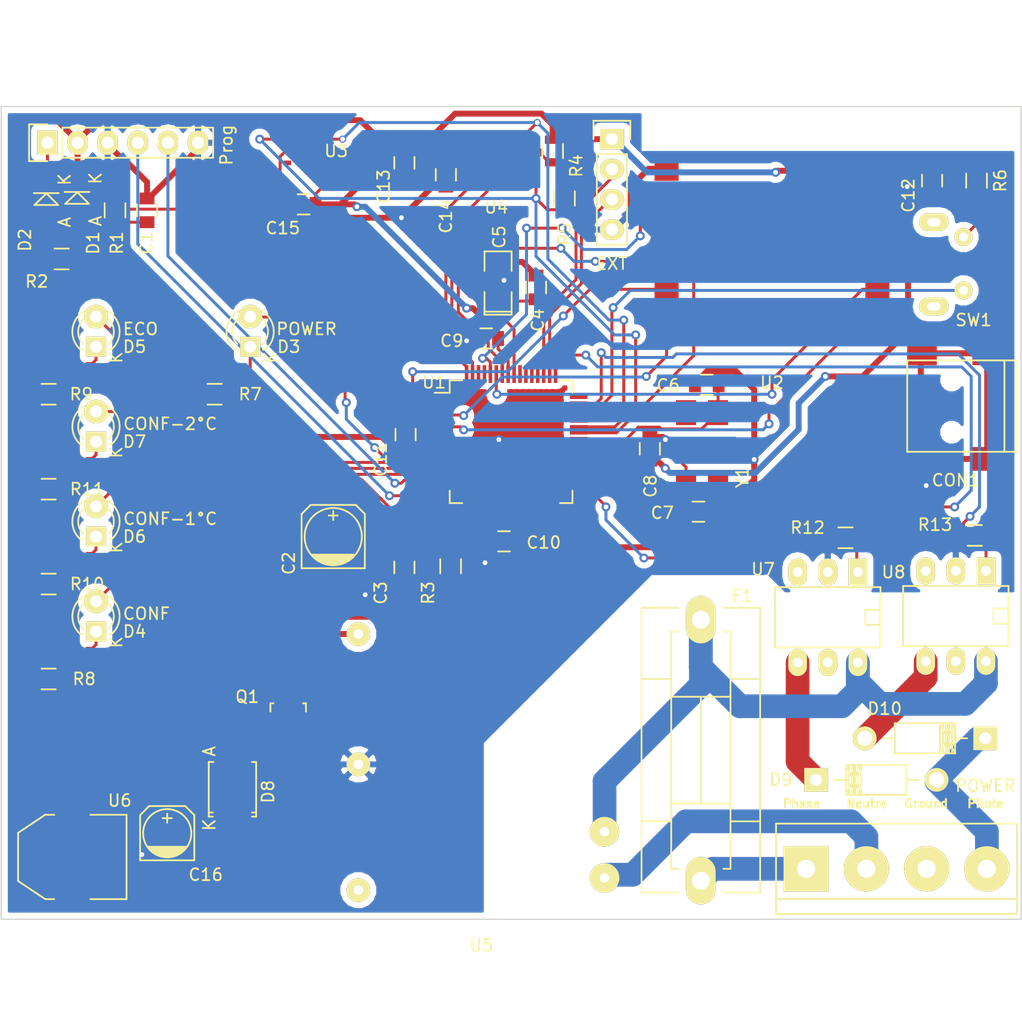
<source format=kicad_pcb>
(kicad_pcb (version 4) (host pcbnew "(2015-04-22 BZR 5621)-product")
  (layers (0 F.Cu signal) (31 B.Cu signal) (34 B.Paste user hide) (35 F.Paste user hide) (36 B.SilkS user) (37 F.SilkS user) (38 B.Mask user) (39 F.Mask user) (44 Edge.Cuts user))
  (net 0 "")
  (net 1 "Net-(C1-Pad1)")
  (net 2 GND)
  (net 3 "Net-(C2-Pad1)")
  (net 4 "Net-(C4-Pad1)")
  (net 5 "Net-(C6-Pad2)")
  (net 6 "Net-(C7-Pad2)")
  (net 7 +3V3)
  (net 8 "Net-(C14-Pad1)")
  (net 9 /VUSB)
  (net 10 /D-)
  (net 11 /D+)
  (net 12 /USBID)
  (net 13 "Net-(D2-Pad1)")
  (net 14 /*MCLR)
  (net 15 "Net-(D3-Pad1)")
  (net 16 /POWER)
  (net 17 "Net-(D4-Pad1)")
  (net 18 /CONF)
  (net 19 "Net-(D5-Pad1)")
  (net 20 /ECO)
  (net 21 "Net-(D6-Pad1)")
  (net 22 /CONF-1°C)
  (net 23 "Net-(D7-Pad1)")
  (net 24 /CONF-2°C)
  (net 25 /5V_SEC)
  (net 26 /Pilote)
  (net 27 "Net-(D9-Pad2)")
  (net 28 "Net-(D10-Pad1)")
  (net 29 /Phase)
  (net 30 /PGD)
  (net 31 /PGC)
  (net 32 /Neutre)
  (net 33 /SCL_CAP)
  (net 34 /SDA_CAP)
  (net 35 "Net-(R6-Pad2)")
  (net 36 "Net-(R12-Pad1)")
  (net 37 /PILOT_1)
  (net 38 "Net-(R13-Pad1)")
  (net 39 /PILOT_2)
  (net 40 /SELECT)
  (net 41 /SCK_RF)
  (net 42 /SDI_RF)
  (net 43 /SDO_RF)
  (net 44 /INT_RF)
  (net 45 /WK_RF)
  (net 46 /CS_RF)
  (net 47 /SHD_PRES)
  (net 48 /RST_PRES)
  (net 49 /RST_RF)
  (net 50 /SCL_EXT)
  (net 51 /SDA_EXT)
  (net 52 /Phase_F)
  (net 53 +5V)
  (module pfo:HTU21 (layer F.Cu) (at 125.5 76.5)
    (fp_text reference U3 (at 2.75 0) (layer F.SilkS))
    (fp_text value SHT25)
    (pad 1 smd rect (at -1.35 -1) (size 0.6 0.4) (layers F.Cu F.Paste F.Mask) (net 34 /SDA_CAP))
    (pad 2 smd rect (at -1.35 0) (size 0.6 0.4) (layers F.Cu F.Paste F.Mask) (net 2 GND))
    (pad 3 smd rect (at -1.35 1) (size 0.6 0.4) (layers F.Cu F.Paste F.Mask))
    (pad 4 smd rect (at 1.35 1) (size 0.6 0.4) (layers F.Cu F.Paste F.Mask))
    (pad 5 smd rect (at 1.35 0) (size 0.6 0.4) (layers F.Cu F.Paste F.Mask) (net 7 +3V3))
    (pad 6 smd rect (at 1.35 -1) (size 0.6 0.4) (layers F.Cu F.Paste F.Mask) (net 33 /SCL_CAP))
    (pad 7 smd rect (at 0 0) (size 1 2.4) (layers F.Cu F.Paste F.Mask))
  )
  (module pfo:VTX-214-005-x (layer F.Cu) (at 140.5 128.2)
    (fp_text reference U5 (at 0 15.24) (layer F.SilkS))
    (fp_text value VTX-214-005-005)
    (pad 1 thru_hole circle (at 10.38 9.57) (size 2.5 2.5) (drill 0.8) (layers *.Cu *.Mask F.SilkS) (net 32 /Neutre))
    (pad 2 thru_hole circle (at 10.38 5.67) (size 2.5 2.5) (drill 0.8) (layers *.Cu *.Mask F.SilkS) (net 52 /Phase_F))
    (pad 5 thru_hole circle (at -10.38 10.6) (size 2 2) (drill 0.8) (layers *.Cu *.Mask F.SilkS))
    (pad 4 thru_hole circle (at -10.38 0) (size 2 2) (drill 0.8) (layers *.Cu *.Mask F.SilkS) (net 2 GND))
    (pad 3 thru_hole circle (at -10.38 -10.99) (size 2 2) (drill 0.8) (layers *.Cu *.Mask F.SilkS) (net 25 /5V_SEC))
  )
  (module Pin_Headers:Pin_Header_Straight_1x04 (layer F.Cu) (at 151.5 75.5)
    (fp_text reference P3 hide)
    (fp_text value EXT (at 0 10.5) (layer F.SilkS))
    (pad 1 thru_hole rect (at 0 0) (size 2.032 1.7272) (drill 1.016) (layers *.Cu *.Mask F.SilkS) (net 7 +3V3))
    (pad 2 thru_hole oval (at 0 2.54) (size 2.032 1.7272) (drill 1.016) (layers *.Cu *.Mask F.SilkS) (net 50 /SCL_EXT))
    (pad 3 thru_hole oval (at 0 5.08) (size 2.032 1.7272) (drill 1.016) (layers *.Cu *.Mask F.SilkS) (net 51 /SDA_EXT))
    (pad 4 thru_hole oval (at 0 7.62) (size 2.032 1.7272) (drill 1.016) (layers *.Cu *.Mask F.SilkS) (net 2 GND))
  )
  (module pfo:USB_Mini-B (layer F.Cu) (at 181 98 180)
    (fp_text reference CON1 (at 0.5 -6.25 180) (layer F.SilkS))
    (fp_text value MINI-USB-SHELD-MC32598)
    (pad 1 smd rect (at 3.44932 -1.6002 180) (size 2.30124 0.50038) (layers F.Cu F.Paste F.Mask) (net 9 /VUSB))
    (pad 2 smd rect (at 3.44932 -0.8001 180) (size 2.30124 0.50038) (layers F.Cu F.Paste F.Mask) (net 10 /D-))
    (pad 3 smd rect (at 3.44932 0 180) (size 2.30124 0.50038) (layers F.Cu F.Paste F.Mask) (net 11 /D+))
    (pad 4 smd rect (at 3.44932 0.8001 180) (size 2.30124 0.50038) (layers F.Cu F.Paste F.Mask) (net 12 /USBID))
    (pad 5 smd rect (at 3.44932 1.6002 180) (size 2.30124 0.50038) (layers F.Cu F.Paste F.Mask) (net 2 GND))
    (pad 6 smd rect (at 3.35026 -4.45008 180) (size 2.49936 1.99898) (layers F.Cu F.Paste F.Mask) (net 2 GND))
    (pad 7 smd rect (at -2.14884 -4.45008 180) (size 2.49936 1.99898) (layers F.Cu F.Paste F.Mask) (net 2 GND))
    (pad 8 smd rect (at 3.35026 4.45008 180) (size 2.49936 1.99898) (layers F.Cu F.Paste F.Mask) (net 2 GND))
    (pad 9 smd rect (at -2.14884 4.45008 180) (size 2.49936 1.99898) (layers F.Cu F.Paste F.Mask) (net 2 GND))
    (pad "" np_thru_hole circle (at 0.8509 -2.19964 180) (size 0.89916 0.89916) (drill 0.89916) (layers *.Cu *.Mask F.SilkS))
    (pad "" np_thru_hole circle (at 0.8509 2.19964 180) (size 0.89916 0.89916) (drill 0.89916) (layers *.Cu *.Mask F.SilkS))
  )
  (module pfo:SMD_Crystal_FQ7050_Series (layer F.Cu) (at 159.1 101.5 270)
    (fp_text reference Y1 (at 2.5 -3.4 270) (layer F.SilkS))
    (fp_text value FQ7050B-8.000)
    (pad 3 smd rect (at -2.95 1.35 270) (size 2.1 1.7) (layers F.Cu F.Paste F.Mask))
    (pad 4 smd rect (at 2.95 -1.35 270) (size 2.1 1.7) (layers F.Cu F.Paste F.Mask))
    (pad 2 smd rect (at 2.95 1.35 270) (size 2.1 1.7) (layers F.Cu F.Paste F.Mask) (net 6 "Net-(C7-Pad2)"))
    (pad 1 smd rect (at -2.95 -1.35 270.17) (size 2.1 1.7) (layers F.Cu F.Paste F.Mask) (net 5 "Net-(C6-Pad2)"))
  )
  (module Housings_DIP:DIP-6__300_ELL (layer F.Cu) (at 180.5 115.7 180)
    (fp_text reference U8 (at 5.25 3.7 180) (layer F.SilkS))
    (fp_text value MOC3042M)
    (pad 1 thru_hole rect (at -2.54 3.81 180) (size 1.5748 2.286) (drill 0.8128) (layers *.Cu *.Mask F.SilkS) (net 38 "Net-(R13-Pad1)"))
    (pad 2 thru_hole oval (at 0 3.81 180) (size 1.5748 2.286) (drill 0.8128) (layers *.Cu *.Mask F.SilkS) (net 2 GND))
    (pad 3 thru_hole oval (at 2.54 3.81 180) (size 1.5748 2.286) (drill 0.8128) (layers *.Cu *.Mask F.SilkS))
    (pad 4 thru_hole oval (at 2.54 -3.81 180) (size 1.5748 2.286) (drill 0.8128) (layers *.Cu *.Mask F.SilkS) (net 28 "Net-(D10-Pad1)"))
    (pad 5 thru_hole oval (at 0 -3.81 180) (size 1.5748 2.286) (drill 0.8128) (layers *.Cu *.Mask F.SilkS))
    (pad 6 thru_hole oval (at -2.54 -3.81 180) (size 1.5748 2.286) (drill 0.8128) (layers *.Cu *.Mask F.SilkS) (net 52 /Phase_F))
  )
  (module Housings_DIP:DIP-6__300_ELL (layer F.Cu) (at 169.7 115.8 180)
    (fp_text reference U7 (at 5.45 4.05 180) (layer F.SilkS))
    (fp_text value MOC3042M)
    (pad 1 thru_hole rect (at -2.54 3.81 180) (size 1.5748 2.286) (drill 0.8128) (layers *.Cu *.Mask F.SilkS) (net 36 "Net-(R12-Pad1)"))
    (pad 2 thru_hole oval (at 0 3.81 180) (size 1.5748 2.286) (drill 0.8128) (layers *.Cu *.Mask F.SilkS) (net 2 GND))
    (pad 3 thru_hole oval (at 2.54 3.81 180) (size 1.5748 2.286) (drill 0.8128) (layers *.Cu *.Mask F.SilkS))
    (pad 4 thru_hole oval (at 2.54 -3.81 180) (size 1.5748 2.286) (drill 0.8128) (layers *.Cu *.Mask F.SilkS) (net 27 "Net-(D9-Pad2)"))
    (pad 5 thru_hole oval (at 0 -3.81 180) (size 1.5748 2.286) (drill 0.8128) (layers *.Cu *.Mask F.SilkS))
    (pad 6 thru_hole oval (at -2.54 -3.81 180) (size 1.5748 2.286) (drill 0.8128) (layers *.Cu *.Mask F.SilkS) (net 52 /Phase_F))
  )
  (module SMD_Packages:SOT-223 (layer F.Cu) (at 106 136 90)
    (fp_text reference U6 (at 4.75 4 180) (layer F.SilkS))
    (fp_text value TC1262-3.3VDB)
    (pad 4 smd rect (at 0 -3.302 90) (size 3.6576 2.032) (layers F.Cu F.Paste F.Mask) (net 2 GND))
    (pad 2 smd rect (at 0 3.302 90) (size 1.016 2.032) (layers F.Cu F.Paste F.Mask) (net 2 GND))
    (pad 3 smd rect (at 2.286 3.302 90) (size 1.016 2.032) (layers F.Cu F.Paste F.Mask) (net 7 +3V3))
    (pad 1 smd rect (at -2.286 3.302 90) (size 1.016 2.032) (layers F.Cu F.Paste F.Mask) (net 53 +5V))
  )
  (module pfo:MPL115A2 (layer F.Cu) (at 142 77.5)
    (fp_text reference U4 (at -0.25 3.75) (layer F.SilkS))
    (fp_text value MPL115A2)
    (pad 1 smd rect (at -1.025 -1.875) (size 0.95 0.55) (layers F.Cu F.Paste F.Mask) (net 7 +3V3))
    (pad 2 smd rect (at -1.025 -0.625) (size 0.95 0.55) (layers F.Cu F.Paste F.Mask) (net 8 "Net-(C14-Pad1)"))
    (pad 3 smd rect (at -1.025 0.625) (size 0.95 0.55) (layers F.Cu F.Paste F.Mask) (net 2 GND))
    (pad 4 smd rect (at -1.025 1.875) (size 0.95 0.55) (layers F.Cu F.Paste F.Mask) (net 47 /SHD_PRES))
    (pad 5 smd rect (at 1.025 1.875) (size 0.95 0.55) (layers F.Cu F.Paste F.Mask) (net 48 /RST_PRES))
    (pad 6 smd rect (at 1.025 0.625) (size 0.95 0.55) (layers F.Cu F.Paste F.Mask))
    (pad 7 smd rect (at 1.025 -0.625) (size 0.95 0.55) (layers F.Cu F.Paste F.Mask) (net 34 /SDA_CAP))
    (pad 8 smd rect (at 1.025 -1.875) (size 0.95 0.55) (layers F.Cu F.Paste F.Mask) (net 33 /SCL_CAP))
  )
  (module pfo:MRF24J40MA (layer F.Cu) (at 165 78.25)
    (fp_text reference U2 (at 0 17.78) (layer F.SilkS))
    (fp_text value MRF24J40MA-I-RM)
    (pad 1 smd rect (at -8.89 -0.254) (size 2.032 2.032) (layers F.Cu F.Paste F.Mask) (net 2 GND))
    (pad 2 smd rect (at -8.89 2.286) (size 2.032 2.032) (layers F.Cu F.Paste F.Mask) (net 49 /RST_RF))
    (pad 3 smd rect (at -8.89 4.826) (size 2.032 2.032) (layers F.Cu F.Paste F.Mask) (net 45 /WK_RF))
    (pad 4 smd rect (at -8.89 7.366) (size 2.032 2.032) (layers F.Cu F.Paste F.Mask) (net 44 /INT_RF))
    (pad 5 smd rect (at -8.89 9.906) (size 2.032 2.032) (layers F.Cu F.Paste F.Mask) (net 42 /SDI_RF))
    (pad 6 smd rect (at -8.89 12.446) (size 2.032 2.032) (layers F.Cu F.Paste F.Mask) (net 41 /SCK_RF))
    (pad 7 smd rect (at 8.89 12.446) (size 2.032 2.032) (layers F.Cu F.Paste F.Mask) (net 43 /SDO_RF))
    (pad 8 smd rect (at 8.89 9.906) (size 2.032 2.032) (layers F.Cu F.Paste F.Mask) (net 46 /CS_RF))
    (pad 9 smd rect (at 8.89 7.366) (size 2.032 2.032) (layers F.Cu F.Paste F.Mask))
    (pad 10 smd rect (at 8.89 4.826) (size 2.032 2.032) (layers F.Cu F.Paste F.Mask) (net 7 +3V3))
    (pad 11 smd rect (at 8.89 2.286) (size 2.032 2.032) (layers F.Cu F.Paste F.Mask) (net 2 GND))
    (pad 12 smd rect (at 8.89 -0.254) (size 2.032 2.032) (layers F.Cu F.Paste F.Mask) (net 2 GND))
  )
  (module Housings_QFP:TQFP-64_10x10mm_Pitch0.5mm (layer F.Cu) (at 143 101)
    (fp_text reference U1 (at -6.5 -5) (layer F.SilkS))
    (fp_text value PIC32MX795F512H-80I-PT)
    (pad 1 smd rect (at -5.7 -3.75) (size 1.5 0.3) (layers F.Cu F.Paste F.Mask))
    (pad 2 smd rect (at -5.7 -3.25) (size 1.5 0.3) (layers F.Cu F.Paste F.Mask))
    (pad 3 smd rect (at -5.7 -2.75) (size 1.5 0.3) (layers F.Cu F.Paste F.Mask))
    (pad 4 smd rect (at -5.7 -2.25) (size 1.5 0.3) (layers F.Cu F.Paste F.Mask) (net 41 /SCK_RF))
    (pad 5 smd rect (at -5.7 -1.75) (size 1.5 0.3) (layers F.Cu F.Paste F.Mask) (net 42 /SDI_RF))
    (pad 6 smd rect (at -5.7 -1.25) (size 1.5 0.3) (layers F.Cu F.Paste F.Mask) (net 43 /SDO_RF))
    (pad 7 smd rect (at -5.7 -0.75) (size 1.5 0.3) (layers F.Cu F.Paste F.Mask) (net 14 /*MCLR))
    (pad 8 smd rect (at -5.7 -0.25) (size 1.5 0.3) (layers F.Cu F.Paste F.Mask))
    (pad 9 smd rect (at -5.7 0.25) (size 1.5 0.3) (layers F.Cu F.Paste F.Mask) (net 2 GND))
    (pad 10 smd rect (at -5.7 0.75) (size 1.5 0.3) (layers F.Cu F.Paste F.Mask) (net 7 +3V3))
    (pad 11 smd rect (at -5.7 1.25) (size 1.5 0.3) (layers F.Cu F.Paste F.Mask) (net 16 /POWER))
    (pad 12 smd rect (at -5.7 1.75) (size 1.5 0.3) (layers F.Cu F.Paste F.Mask) (net 20 /ECO))
    (pad 13 smd rect (at -5.7 2.25) (size 1.5 0.3) (layers F.Cu F.Paste F.Mask) (net 24 /CONF-2°C))
    (pad 14 smd rect (at -5.7 2.75) (size 1.5 0.3) (layers F.Cu F.Paste F.Mask) (net 22 /CONF-1°C))
    (pad 15 smd rect (at -5.7 3.25) (size 1.5 0.3) (layers F.Cu F.Paste F.Mask) (net 31 /PGC))
    (pad 16 smd rect (at -5.7 3.75) (size 1.5 0.3) (layers F.Cu F.Paste F.Mask) (net 30 /PGD))
    (pad 17 smd rect (at -3.75 5.7 90) (size 1.5 0.3) (layers F.Cu F.Paste F.Mask) (net 18 /CONF))
    (pad 18 smd rect (at -3.25 5.7 90) (size 1.5 0.3) (layers F.Cu F.Paste F.Mask))
    (pad 19 smd rect (at -2.75 5.7 90) (size 1.5 0.3) (layers F.Cu F.Paste F.Mask) (net 3 "Net-(C2-Pad1)"))
    (pad 20 smd rect (at -2.25 5.7 90) (size 1.5 0.3) (layers F.Cu F.Paste F.Mask) (net 2 GND))
    (pad 21 smd rect (at -1.75 5.7 90) (size 1.5 0.3) (layers F.Cu F.Paste F.Mask))
    (pad 22 smd rect (at -1.25 5.7 90) (size 1.5 0.3) (layers F.Cu F.Paste F.Mask))
    (pad 23 smd rect (at -0.75 5.7 90) (size 1.5 0.3) (layers F.Cu F.Paste F.Mask))
    (pad 24 smd rect (at -0.25 5.7 90) (size 1.5 0.3) (layers F.Cu F.Paste F.Mask))
    (pad 25 smd rect (at 0.25 5.7 90) (size 1.5 0.3) (layers F.Cu F.Paste F.Mask) (net 2 GND))
    (pad 26 smd rect (at 0.75 5.7 90) (size 1.5 0.3) (layers F.Cu F.Paste F.Mask) (net 7 +3V3))
    (pad 27 smd rect (at 1.25 5.7 90) (size 1.5 0.3) (layers F.Cu F.Paste F.Mask))
    (pad 28 smd rect (at 1.75 5.7 90) (size 1.5 0.3) (layers F.Cu F.Paste F.Mask))
    (pad 29 smd rect (at 2.25 5.7 90) (size 1.5 0.3) (layers F.Cu F.Paste F.Mask))
    (pad 30 smd rect (at 2.75 5.7 90) (size 1.5 0.3) (layers F.Cu F.Paste F.Mask))
    (pad 31 smd rect (at 3.25 5.7 90) (size 1.5 0.3) (layers F.Cu F.Paste F.Mask))
    (pad 32 smd rect (at 3.75 5.7 90) (size 1.5 0.3) (layers F.Cu F.Paste F.Mask))
    (pad 33 smd rect (at 5.7 3.75) (size 1.5 0.3) (layers F.Cu F.Paste F.Mask) (net 12 /USBID))
    (pad 34 smd rect (at 5.7 3.25) (size 1.5 0.3) (layers F.Cu F.Paste F.Mask) (net 9 /VUSB))
    (pad 35 smd rect (at 5.7 2.75) (size 1.5 0.3) (layers F.Cu F.Paste F.Mask))
    (pad 36 smd rect (at 5.7 2.25) (size 1.5 0.3) (layers F.Cu F.Paste F.Mask) (net 10 /D-))
    (pad 37 smd rect (at 5.7 1.75) (size 1.5 0.3) (layers F.Cu F.Paste F.Mask) (net 11 /D+))
    (pad 38 smd rect (at 5.7 1.25) (size 1.5 0.3) (layers F.Cu F.Paste F.Mask) (net 7 +3V3))
    (pad 39 smd rect (at 5.7 0.75) (size 1.5 0.3) (layers F.Cu F.Paste F.Mask) (net 6 "Net-(C7-Pad2)"))
    (pad 40 smd rect (at 5.7 0.25) (size 1.5 0.3) (layers F.Cu F.Paste F.Mask) (net 5 "Net-(C6-Pad2)"))
    (pad 41 smd rect (at 5.7 -0.25) (size 1.5 0.3) (layers F.Cu F.Paste F.Mask) (net 2 GND))
    (pad 42 smd rect (at 5.7 -0.75) (size 1.5 0.3) (layers F.Cu F.Paste F.Mask) (net 44 /INT_RF))
    (pad 43 smd rect (at 5.7 -1.25) (size 1.5 0.3) (layers F.Cu F.Paste F.Mask) (net 34 /SDA_CAP))
    (pad 44 smd rect (at 5.7 -1.75) (size 1.5 0.3) (layers F.Cu F.Paste F.Mask) (net 33 /SCL_CAP))
    (pad 45 smd rect (at 5.7 -2.25) (size 1.5 0.3) (layers F.Cu F.Paste F.Mask) (net 40 /SELECT))
    (pad 46 smd rect (at 5.7 -2.75) (size 1.5 0.3) (layers F.Cu F.Paste F.Mask) (net 39 /PILOT_2))
    (pad 47 smd rect (at 5.7 -3.25) (size 1.5 0.3) (layers F.Cu F.Paste F.Mask))
    (pad 48 smd rect (at 5.7 -3.75) (size 1.5 0.3) (layers F.Cu F.Paste F.Mask))
    (pad 49 smd rect (at 3.75 -5.7 90) (size 1.5 0.3) (layers F.Cu F.Paste F.Mask) (net 37 /PILOT_1))
    (pad 50 smd rect (at 3.25 -5.7 90) (size 1.5 0.3) (layers F.Cu F.Paste F.Mask) (net 51 /SDA_EXT))
    (pad 51 smd rect (at 2.75 -5.7 90) (size 1.5 0.3) (layers F.Cu F.Paste F.Mask) (net 50 /SCL_EXT))
    (pad 52 smd rect (at 2.25 -5.7 90) (size 1.5 0.3) (layers F.Cu F.Paste F.Mask))
    (pad 53 smd rect (at 1.75 -5.7 90) (size 1.5 0.3) (layers F.Cu F.Paste F.Mask))
    (pad 54 smd rect (at 1.25 -5.7 90) (size 1.5 0.3) (layers F.Cu F.Paste F.Mask))
    (pad 55 smd rect (at 0.75 -5.7 90) (size 1.5 0.3) (layers F.Cu F.Paste F.Mask))
    (pad 56 smd rect (at 0.25 -5.7 90) (size 1.5 0.3) (layers F.Cu F.Paste F.Mask) (net 4 "Net-(C4-Pad1)"))
    (pad 57 smd rect (at -0.25 -5.7 90) (size 1.5 0.3) (layers F.Cu F.Paste F.Mask) (net 7 +3V3))
    (pad 58 smd rect (at -0.75 -5.7 90) (size 1.5 0.3) (layers F.Cu F.Paste F.Mask) (net 45 /WK_RF))
    (pad 59 smd rect (at -1.25 -5.7 90) (size 1.5 0.3) (layers F.Cu F.Paste F.Mask) (net 46 /CS_RF))
    (pad 60 smd rect (at -1.75 -5.7 90) (size 1.5 0.3) (layers F.Cu F.Paste F.Mask) (net 49 /RST_RF))
    (pad 61 smd rect (at -2.25 -5.7 90) (size 1.5 0.3) (layers F.Cu F.Paste F.Mask))
    (pad 62 smd rect (at -2.75 -5.7 90) (size 1.5 0.3) (layers F.Cu F.Paste F.Mask))
    (pad 63 smd rect (at -3.25 -5.7 90) (size 1.5 0.3) (layers F.Cu F.Paste F.Mask) (net 47 /SHD_PRES))
    (pad 64 smd rect (at -3.75 -5.7 90) (size 1.5 0.3) (layers F.Cu F.Paste F.Mask) (net 48 /RST_PRES))
  )
  (module pfo:CST06S (layer F.Cu) (at 180.5 86 270)
    (fp_text reference SW1 (at 4.75 -1.5 360) (layer F.SilkS))
    (fp_text value SKHHLVA010)
    (pad 1 thru_hole circle (at 2.25 -0.65 270) (size 1.524 1.524) (drill 0.762) (layers *.Cu *.Mask F.SilkS) (net 40 /SELECT))
    (pad 2 thru_hole circle (at -2.25 -0.65 270) (size 1.524 1.524) (drill 0.762) (layers *.Cu *.Mask F.SilkS) (net 35 "Net-(R6-Pad2)"))
    (pad "" np_thru_hole oval (at 3.6 1.85 270) (size 1.5 2.5) (drill oval 0.7 1.1) (layers *.Cu *.Mask F.SilkS))
    (pad "" np_thru_hole oval (at -3.5 1.85 270) (size 1.5 2.5) (drill oval 0.7 1.1) (layers *.Cu *.Mask F.SilkS))
  )
  (module Resistors_SMD:R_0805 (layer F.Cu) (at 182.1 108.9 180)
    (fp_text reference R13 (at 3.35 0.9 180) (layer F.SilkS))
    (fp_text value 560R)
    (pad 1 smd rect (at -0.95 0 180) (size 0.7 1.3) (layers F.Cu F.Paste F.Mask) (net 38 "Net-(R13-Pad1)"))
    (pad 2 smd rect (at 0.95 0 180) (size 0.7 1.3) (layers F.Cu F.Paste F.Mask) (net 39 /PILOT_2))
  )
  (module Resistors_SMD:R_0805 (layer F.Cu) (at 171.2 109.1 180)
    (fp_text reference R12 (at 3.2 0.85 180) (layer F.SilkS))
    (fp_text value 560R)
    (pad 1 smd rect (at -0.95 0 180) (size 0.7 1.3) (layers F.Cu F.Paste F.Mask) (net 36 "Net-(R12-Pad1)"))
    (pad 2 smd rect (at 0.95 0 180) (size 0.7 1.3) (layers F.Cu F.Paste F.Mask) (net 37 /PILOT_1))
  )
  (module Resistors_SMD:R_0805 (layer F.Cu) (at 104 105)
    (fp_text reference R11 (at 3.25 0) (layer F.SilkS))
    (fp_text value 1k)
    (pad 1 smd rect (at -0.95 0) (size 0.7 1.3) (layers F.Cu F.Paste F.Mask) (net 7 +3V3))
    (pad 2 smd rect (at 0.95 0) (size 0.7 1.3) (layers F.Cu F.Paste F.Mask) (net 23 "Net-(D7-Pad1)"))
  )
  (module Resistors_SMD:R_0805 (layer F.Cu) (at 104 113)
    (fp_text reference R10 (at 3.25 0) (layer F.SilkS))
    (fp_text value 1k)
    (pad 1 smd rect (at -0.95 0) (size 0.7 1.3) (layers F.Cu F.Paste F.Mask) (net 7 +3V3))
    (pad 2 smd rect (at 0.95 0) (size 0.7 1.3) (layers F.Cu F.Paste F.Mask) (net 21 "Net-(D6-Pad1)"))
  )
  (module Resistors_SMD:R_0805 (layer F.Cu) (at 104 97)
    (fp_text reference R9 (at 2.75 0) (layer F.SilkS))
    (fp_text value 1k)
    (pad 1 smd rect (at -0.95 0) (size 0.7 1.3) (layers F.Cu F.Paste F.Mask) (net 7 +3V3))
    (pad 2 smd rect (at 0.95 0) (size 0.7 1.3) (layers F.Cu F.Paste F.Mask) (net 19 "Net-(D5-Pad1)"))
  )
  (module Resistors_SMD:R_0805 (layer F.Cu) (at 104 121)
    (fp_text reference R8 (at 3 0) (layer F.SilkS))
    (fp_text value 1k)
    (pad 1 smd rect (at -0.95 0) (size 0.7 1.3) (layers F.Cu F.Paste F.Mask) (net 7 +3V3))
    (pad 2 smd rect (at 0.95 0) (size 0.7 1.3) (layers F.Cu F.Paste F.Mask) (net 17 "Net-(D4-Pad1)"))
  )
  (module Resistors_SMD:R_0805 (layer F.Cu) (at 118 97)
    (fp_text reference R7 (at 3 0) (layer F.SilkS))
    (fp_text value 1k)
    (pad 1 smd rect (at -0.95 0) (size 0.7 1.3) (layers F.Cu F.Paste F.Mask) (net 7 +3V3))
    (pad 2 smd rect (at 0.95 0) (size 0.7 1.3) (layers F.Cu F.Paste F.Mask) (net 15 "Net-(D3-Pad1)"))
  )
  (module Resistors_SMD:R_0805 (layer F.Cu) (at 182.25 79 270)
    (fp_text reference R6 (at 0 -2 270) (layer F.SilkS))
    (fp_text value 1k)
    (pad 1 smd rect (at -0.95 0 270) (size 0.7 1.3) (layers F.Cu F.Paste F.Mask) (net 7 +3V3))
    (pad 2 smd rect (at 0.95 0 270) (size 0.7 1.3) (layers F.Cu F.Paste F.Mask) (net 35 "Net-(R6-Pad2)"))
  )
  (module Resistors_SMD:R_0805 (layer F.Cu) (at 147.5 80.5 270)
    (fp_text reference R5 (at 3 0 270) (layer F.SilkS))
    (fp_text value 2.2k)
    (pad 1 smd rect (at -0.95 0 270) (size 0.7 1.3) (layers F.Cu F.Paste F.Mask) (net 7 +3V3))
    (pad 2 smd rect (at 0.95 0 270) (size 0.7 1.3) (layers F.Cu F.Paste F.Mask) (net 34 /SDA_CAP))
  )
  (module Resistors_SMD:R_0805 (layer F.Cu) (at 146.5 76.5 270)
    (fp_text reference R4 (at 1.25 -2 270) (layer F.SilkS))
    (fp_text value 2.2k)
    (pad 1 smd rect (at -0.95 0 270) (size 0.7 1.3) (layers F.Cu F.Paste F.Mask) (net 7 +3V3))
    (pad 2 smd rect (at 0.95 0 270) (size 0.7 1.3) (layers F.Cu F.Paste F.Mask) (net 33 /SCL_CAP))
  )
  (module Resistors_SMD:R_0805 (layer F.Cu) (at 137.9 111.5 270)
    (fp_text reference R3 (at 2.25 1.9 270) (layer F.SilkS))
    (fp_text value 10R)
    (pad 1 smd rect (at -0.95 0 270) (size 0.7 1.3) (layers F.Cu F.Paste F.Mask) (net 3 "Net-(C2-Pad1)"))
    (pad 2 smd rect (at 0.95 0 270) (size 0.7 1.3) (layers F.Cu F.Paste F.Mask) (net 7 +3V3))
  )
  (module Resistors_SMD:R_0805 (layer F.Cu) (at 105.1 85.6 180)
    (fp_text reference R2 (at 2.1 -1.9 180) (layer F.SilkS))
    (fp_text value 1k)
    (pad 1 smd rect (at -0.95 0 180) (size 0.7 1.3) (layers F.Cu F.Paste F.Mask) (net 1 "Net-(C1-Pad1)"))
    (pad 2 smd rect (at 0.95 0 180) (size 0.7 1.3) (layers F.Cu F.Paste F.Mask) (net 13 "Net-(D2-Pad1)"))
  )
  (module Resistors_SMD:R_0805 (layer F.Cu) (at 109.6 81.5 270)
    (fp_text reference R1 (at 2.75 -0.15 270) (layer F.SilkS))
    (fp_text value 68k)
    (pad 1 smd rect (at -0.95 0 270) (size 0.7 1.3) (layers F.Cu F.Paste F.Mask) (net 7 +3V3))
    (pad 2 smd rect (at 0.95 0 270) (size 0.7 1.3) (layers F.Cu F.Paste F.Mask) (net 1 "Net-(C1-Pad1)"))
  )
  (module Housings_SOT-23_SOT-143_TSOT-6:SOT-23 (layer F.Cu) (at 124.2 123.7)
    (fp_text reference Q1 (at -3.45 -1.2) (layer F.SilkS))
    (fp_text value IRLM6402TRPBF)
    (pad 1 smd rect (at -0.95 1.00076) (size 0.8001 0.8001) (layers F.Cu F.Paste F.Mask) (net 25 /5V_SEC))
    (pad 2 smd rect (at 0.95 1.00076) (size 0.8001 0.8001) (layers F.Cu F.Paste F.Mask) (net 53 +5V))
    (pad 3 smd rect (at 0 -0.99822) (size 0.8001 0.8001) (layers F.Cu F.Paste F.Mask) (net 9 /VUSB))
  )
  (module Connect:bornier4 (layer F.Cu) (at 175.5 137)
    (fp_text reference P2 hide)
    (fp_text value POWER (at 7.5 -7) (layer F.SilkS))
    (pad 2 thru_hole circle (at -2.54 0) (size 3.81 3.81) (drill 1.524) (layers *.Cu *.Mask F.SilkS) (net 32 /Neutre))
    (pad 3 thru_hole circle (at 2.54 0) (size 3.81 3.81) (drill 1.524) (layers *.Cu *.Mask F.SilkS))
    (pad 1 thru_hole rect (at -7.62 0) (size 3.81 3.81) (drill 1.524) (layers *.Cu *.Mask F.SilkS) (net 29 /Phase))
    (pad 4 thru_hole circle (at 7.62 0) (size 3.81 3.81) (drill 1.524) (layers *.Cu *.Mask F.SilkS) (net 26 /Pilote))
  )
  (module Pin_Headers:Pin_Header_Straight_1x06 (layer F.Cu) (at 103.9 75.8 90)
    (fp_text reference P1 hide)
    (fp_text value Prog (at -0.2 15.1 90) (layer F.SilkS))
    (pad 1 thru_hole rect (at 0 0 90) (size 2.032 1.7272) (drill 1.016) (layers *.Cu *.Mask F.SilkS) (net 14 /*MCLR))
    (pad 2 thru_hole oval (at 0 2.54 90) (size 2.032 1.7272) (drill 1.016) (layers *.Cu *.Mask F.SilkS) (net 7 +3V3))
    (pad 3 thru_hole oval (at 0 5.08 90) (size 2.032 1.7272) (drill 1.016) (layers *.Cu *.Mask F.SilkS) (net 2 GND))
    (pad 4 thru_hole oval (at 0 7.62 90) (size 2.032 1.7272) (drill 1.016) (layers *.Cu *.Mask F.SilkS) (net 30 /PGD))
    (pad 5 thru_hole oval (at 0 10.16 90) (size 2.032 1.7272) (drill 1.016) (layers *.Cu *.Mask F.SilkS) (net 31 /PGC))
    (pad 6 thru_hole oval (at 0 12.7 90) (size 2.032 1.7272) (drill 1.016) (layers *.Cu *.Mask F.SilkS) (net 2 GND))
  )
  (module Fuse_Holders_and_Fuses:Fuseholder5x20_horiz_SemiClosed_Casing10x25mm (layer F.Cu) (at 159 127 270)
    (fp_text reference F1 (at -13 -3.5 360) (layer F.SilkS))
    (fp_text value F_Small)
    (pad 2 thru_hole oval (at 11.00074 0 180) (size 2.49936 4.0005) (drill 1.50114) (layers *.Cu *.Mask F.SilkS) (net 29 /Phase))
    (pad 1 thru_hole oval (at -11.00074 0 180) (size 2.49936 4.0005) (drill 1.50114) (layers *.Cu *.Mask F.SilkS) (net 52 /Phase_F))
  )
  (module Diodes_ThroughHole:Diode_DO-41_SOD81_Horizontal_RM10 (layer F.Cu) (at 177.9 126)
    (fp_text reference D10 (at -3.4 -2.5) (layer F.SilkS))
    (fp_text value 1N4004)
    (pad 1 thru_hole circle (at -5.08 0) (size 1.99898 1.99898) (drill 1.27) (layers *.Cu *.Mask F.SilkS) (net 28 "Net-(D10-Pad1)"))
    (pad 2 thru_hole rect (at 5.08 0) (size 1.99898 1.99898) (drill 1.00076) (layers *.Cu *.Mask F.SilkS) (net 26 /Pilote))
  )
  (module Diodes_ThroughHole:Diode_DO-41_SOD81_Horizontal_RM10 (layer F.Cu) (at 173.8 129.5 180)
    (fp_text reference D9 (at 8.05 0 180) (layer F.SilkS))
    (fp_text value 1N4004)
    (pad 1 thru_hole circle (at -5.08 0 180) (size 1.99898 1.99898) (drill 1.27) (layers *.Cu *.Mask F.SilkS) (net 26 /Pilote))
    (pad 2 thru_hole rect (at 5.08 0 180) (size 1.99898 1.99898) (drill 1.00076) (layers *.Cu *.Mask F.SilkS) (net 27 "Net-(D9-Pad2)"))
  )
  (module Diodes_SMD:Diode-SMB_Standard (layer F.Cu) (at 119.5 130.3 270)
    (fp_text reference D8 (at 0.2 -3 270) (layer F.SilkS))
    (fp_text value B340A-E3/61T)
    (fp_text user A (at -3.2004 1.95072 270) (layer F.SilkS))
    (fp_text user K (at 2.99974 1.95072 270) (layer F.SilkS))
    (pad 1 smd rect (at -2.14884 0 270) (size 2.49936 2.30124) (layers F.Cu F.Paste F.Mask) (net 25 /5V_SEC))
    (pad 2 smd rect (at 2.14884 0 270) (size 2.49936 2.30124) (layers F.Cu F.Paste F.Mask) (net 53 +5V))
  )
  (module Diodes_SMD:Diode-MiniMELF_Standard (layer F.Cu) (at 103.8 80.7 90)
    (fp_text reference D2 (at -3.3 -1.8 90) (layer F.SilkS))
    (fp_text value BAS32L)
    (fp_text user A (at -1.80086 1.5494 90) (layer F.SilkS))
    (fp_text user K (at 1.80086 1.5494 90) (layer F.SilkS))
    (pad 1 smd rect (at -1.75006 0 90) (size 1.30048 1.69926) (layers F.Cu F.Paste F.Mask) (net 13 "Net-(D2-Pad1)"))
    (pad 2 smd rect (at 1.75006 0 90) (size 1.30048 1.69926) (layers F.Cu F.Paste F.Mask) (net 14 /*MCLR))
  )
  (module Diodes_SMD:Diode-MiniMELF_Standard (layer F.Cu) (at 106.4 80.6 90)
    (fp_text reference D1 (at -3.65 1.35 90) (layer F.SilkS))
    (fp_text value BAS32L)
    (fp_text user A (at -1.80086 1.5494 90) (layer F.SilkS))
    (fp_text user K (at 1.80086 1.5494 90) (layer F.SilkS))
    (pad 1 smd rect (at -1.75006 0 90) (size 1.30048 1.69926) (layers F.Cu F.Paste F.Mask) (net 1 "Net-(C1-Pad1)"))
    (pad 2 smd rect (at 1.75006 0 90) (size 1.30048 1.69926) (layers F.Cu F.Paste F.Mask) (net 7 +3V3))
  )
  (module Capacitors_SMD:C_0805 (layer F.Cu) (at 125.5 81 180)
    (fp_text reference C15 (at 1.75 -2 180) (layer F.SilkS))
    (fp_text value 100nF)
    (pad 1 smd rect (at -1 0 180) (size 1 1.25) (layers F.Cu F.Paste F.Mask) (net 7 +3V3))
    (pad 2 smd rect (at 1 0 180) (size 1 1.25) (layers F.Cu F.Paste F.Mask) (net 2 GND))
  )
  (module Capacitors_SMD:C_0805 (layer F.Cu) (at 137.5 78.5 270)
    (fp_text reference C14 (at 3.5 0 270) (layer F.SilkS))
    (fp_text value 1uF)
    (pad 1 smd rect (at -1 0 270) (size 1 1.25) (layers F.Cu F.Paste F.Mask) (net 8 "Net-(C14-Pad1)"))
    (pad 2 smd rect (at 1 0 270) (size 1 1.25) (layers F.Cu F.Paste F.Mask) (net 2 GND))
  )
  (module Capacitors_SMD:C_0805 (layer F.Cu) (at 134 77.5 270)
    (fp_text reference C13 (at 2 1.75 270) (layer F.SilkS))
    (fp_text value 100nF)
    (pad 1 smd rect (at -1 0 270) (size 1 1.25) (layers F.Cu F.Paste F.Mask) (net 7 +3V3))
    (pad 2 smd rect (at 1 0 270) (size 1 1.25) (layers F.Cu F.Paste F.Mask) (net 2 GND))
  )
  (module Capacitors_SMD:C_0805 (layer F.Cu) (at 178.5 79 90)
    (fp_text reference C12 (at -1.25 -2 90) (layer F.SilkS))
    (fp_text value 100nF)
    (pad 1 smd rect (at -1 0 90) (size 1 1.25) (layers F.Cu F.Paste F.Mask) (net 7 +3V3))
    (pad 2 smd rect (at 1 0 90) (size 1 1.25) (layers F.Cu F.Paste F.Mask) (net 2 GND))
  )
  (module Capacitors_SMD:C_0805 (layer F.Cu) (at 134.1 100.4 90)
    (fp_text reference C11 (at -2.1 -2.1 90) (layer F.SilkS))
    (fp_text value 100nF)
    (pad 1 smd rect (at -1 0 90) (size 1 1.25) (layers F.Cu F.Paste F.Mask) (net 7 +3V3))
    (pad 2 smd rect (at 1 0 90) (size 1 1.25) (layers F.Cu F.Paste F.Mask) (net 2 GND))
  )
  (module Capacitors_SMD:C_0805 (layer F.Cu) (at 142.4 109.4 180)
    (fp_text reference C10 (at -3.35 -0.1 180) (layer F.SilkS))
    (fp_text value 100nF)
    (pad 1 smd rect (at -1 0 180) (size 1 1.25) (layers F.Cu F.Paste F.Mask) (net 7 +3V3))
    (pad 2 smd rect (at 1 0 180) (size 1 1.25) (layers F.Cu F.Paste F.Mask) (net 2 GND))
  )
  (module Capacitors_SMD:C_0805 (layer F.Cu) (at 140.9 92.3 180)
    (fp_text reference C9 (at 2.9 -0.2 180) (layer F.SilkS))
    (fp_text value 100nF)
    (pad 1 smd rect (at -1 0 180) (size 1 1.25) (layers F.Cu F.Paste F.Mask) (net 7 +3V3))
    (pad 2 smd rect (at 1 0 180) (size 1 1.25) (layers F.Cu F.Paste F.Mask) (net 2 GND))
  )
  (module Capacitors_SMD:C_0805 (layer F.Cu) (at 154.7 101.6 90)
    (fp_text reference C8 (at -3.15 0.05 90) (layer F.SilkS))
    (fp_text value 100nF)
    (pad 1 smd rect (at -1 0 90) (size 1 1.25) (layers F.Cu F.Paste F.Mask) (net 7 +3V3))
    (pad 2 smd rect (at 1 0 90) (size 1 1.25) (layers F.Cu F.Paste F.Mask) (net 2 GND))
  )
  (module Capacitors_SMD:C_0805 (layer F.Cu) (at 158.8 106.9 180)
    (fp_text reference C7 (at 3.05 -0.1 180) (layer F.SilkS))
    (fp_text value 20pF)
    (pad 1 smd rect (at -1 0 180) (size 1 1.25) (layers F.Cu F.Paste F.Mask) (net 2 GND))
    (pad 2 smd rect (at 1 0 180) (size 1 1.25) (layers F.Cu F.Paste F.Mask) (net 6 "Net-(C7-Pad2)"))
  )
  (module Capacitors_SMD:C_0805 (layer F.Cu) (at 159.5 96.2)
    (fp_text reference C6 (at -3.25 0.05) (layer F.SilkS))
    (fp_text value 20pF)
    (pad 1 smd rect (at -1 0) (size 1 1.25) (layers F.Cu F.Paste F.Mask) (net 2 GND))
    (pad 2 smd rect (at 1 0) (size 1 1.25) (layers F.Cu F.Paste F.Mask) (net 5 "Net-(C6-Pad2)"))
  )
  (module SMD_Packages:SMD-1206_Pol (layer F.Cu) (at 141.9 87.5 90)
    (fp_text reference C5 (at 3.75 0.1 90) (layer F.SilkS))
    (fp_text value TPSA106K010R0900)
    (pad 1 smd rect (at -1.651 0 90) (size 1.524 2.032) (layers F.Cu F.Paste F.Mask) (net 4 "Net-(C4-Pad1)"))
    (pad 2 smd rect (at 1.651 0 90) (size 1.524 2.032) (layers F.Cu F.Paste F.Mask) (net 2 GND))
  )
  (module Capacitors_SMD:C_0805 (layer F.Cu) (at 145.1 88 90)
    (fp_text reference C4 (at -2.75 0.15 90) (layer F.SilkS))
    (fp_text value 100nF)
    (pad 1 smd rect (at -1 0 90) (size 1 1.25) (layers F.Cu F.Paste F.Mask) (net 4 "Net-(C4-Pad1)"))
    (pad 2 smd rect (at 1 0 90) (size 1 1.25) (layers F.Cu F.Paste F.Mask) (net 2 GND))
  )
  (module Capacitors_SMD:C_0805 (layer F.Cu) (at 134 111.6 270)
    (fp_text reference C3 (at 2.15 2 270) (layer F.SilkS))
    (fp_text value 100nF)
    (pad 1 smd rect (at -1 0 270) (size 1 1.25) (layers F.Cu F.Paste F.Mask) (net 3 "Net-(C2-Pad1)"))
    (pad 2 smd rect (at 1 0 270) (size 1 1.25) (layers F.Cu F.Paste F.Mask) (net 2 GND))
  )
  (module Capacitors_SMD:c_elec_5x5.3 (layer F.Cu) (at 128 109 90)
    (fp_text reference C2 (at -2.25 -3.75 90) (layer F.SilkS))
    (fp_text value 10uF)
    (pad 1 smd rect (at 2.19964 0 90) (size 2.99974 1.6002) (layers F.Cu F.Paste F.Mask) (net 3 "Net-(C2-Pad1)"))
    (pad 2 smd rect (at -2.19964 0 90) (size 2.99974 1.6002) (layers F.Cu F.Paste F.Mask) (net 2 GND))
  )
  (module Capacitors_SMD:C_0805 (layer F.Cu) (at 112.3 81.5 90)
    (fp_text reference C1 (at -2.75 -0.05 90) (layer F.SilkS))
    (fp_text value 100nF)
    (pad 1 smd rect (at -1 0 90) (size 1 1.25) (layers F.Cu F.Paste F.Mask) (net 1 "Net-(C1-Pad1)"))
    (pad 2 smd rect (at 1 0 90) (size 1 1.25) (layers F.Cu F.Paste F.Mask) (net 2 GND))
  )
  (module Capacitors_SMD:c_elec_4x5.3 (layer F.Cu) (at 114 134 90)
    (fp_text reference C16 (at -3.5 3.25 180) (layer F.SilkS))
    (fp_text value 1uF)
    (pad 1 smd rect (at 1.80086 0 90) (size 2.60096 1.6002) (layers F.Cu F.Paste F.Mask) (net 7 +3V3))
    (pad 2 smd rect (at -1.80086 0 90) (size 2.60096 1.6002) (layers F.Cu F.Paste F.Mask) (net 2 GND))
  )
  (module LEDs:LED-3MM (layer F.Cu) (at 121 93 90)
    (fp_text reference D3 (at 0 3.25 180) (layer F.SilkS))
    (fp_text value POWER (at 1.5 4.75 180) (layer F.SilkS))
    (fp_text user K (at -0.9 1.7 90) (layer F.SilkS))
    (pad 1 thru_hole rect (at 0 0 180) (size 1.69926 1.69926) (drill 1.00076) (layers *.Cu *.Mask F.SilkS) (net 15 "Net-(D3-Pad1)"))
    (pad 2 thru_hole circle (at 2.54 0 90) (size 1.99898 1.99898) (drill 1.00076) (layers *.Cu *.Mask F.SilkS) (net 16 /POWER))
  )
  (module LEDs:LED-3MM (layer F.Cu) (at 108 117 90)
    (fp_text reference D4 (at 0 3.25 180) (layer F.SilkS))
    (fp_text value CONF (at 1.5 4.25 180) (layer F.SilkS))
    (fp_text user K (at -0.9 1.7 90) (layer F.SilkS))
    (pad 1 thru_hole rect (at 0 0 180) (size 1.69926 1.69926) (drill 1.00076) (layers *.Cu *.Mask F.SilkS) (net 17 "Net-(D4-Pad1)"))
    (pad 2 thru_hole circle (at 2.54 0 90) (size 1.99898 1.99898) (drill 1.00076) (layers *.Cu *.Mask F.SilkS) (net 18 /CONF))
  )
  (module LEDs:LED-3MM (layer F.Cu) (at 108 93 90)
    (fp_text reference D5 (at 0 3.25 180) (layer F.SilkS))
    (fp_text value ECO (at 1.5 3.75 180) (layer F.SilkS))
    (fp_text user K (at -0.9 1.7 90) (layer F.SilkS))
    (pad 1 thru_hole rect (at 0 0 180) (size 1.69926 1.69926) (drill 1.00076) (layers *.Cu *.Mask F.SilkS) (net 19 "Net-(D5-Pad1)"))
    (pad 2 thru_hole circle (at 2.54 0 90) (size 1.99898 1.99898) (drill 1.00076) (layers *.Cu *.Mask F.SilkS) (net 20 /ECO))
  )
  (module LEDs:LED-3MM (layer F.Cu) (at 108 109 90)
    (fp_text reference D6 (at 0 3.25 180) (layer F.SilkS))
    (fp_text value CONF-1°C (at 1.5 6.25 180) (layer F.SilkS))
    (fp_text user K (at -0.9 1.7 90) (layer F.SilkS))
    (pad 1 thru_hole rect (at 0 0 180) (size 1.69926 1.69926) (drill 1.00076) (layers *.Cu *.Mask F.SilkS) (net 21 "Net-(D6-Pad1)"))
    (pad 2 thru_hole circle (at 2.54 0 90) (size 1.99898 1.99898) (drill 1.00076) (layers *.Cu *.Mask F.SilkS) (net 22 /CONF-1°C))
  )
  (module LEDs:LED-3MM (layer F.Cu) (at 108 101 90)
    (fp_text reference D7 (at 0 3.25 180) (layer F.SilkS))
    (fp_text value CONF-2°C (at 1.5 6.25 180) (layer F.SilkS))
    (fp_text user K (at -0.9 1.7 90) (layer F.SilkS))
    (pad 1 thru_hole rect (at 0 0 180) (size 1.69926 1.69926) (drill 1.00076) (layers *.Cu *.Mask F.SilkS) (net 23 "Net-(D7-Pad1)"))
    (pad 2 thru_hole circle (at 2.54 0 90) (size 1.99898 1.99898) (drill 1.00076) (layers *.Cu *.Mask F.SilkS) (net 24 /CONF-2°C))
  )
  (gr_text Pilote (at 183 131.5) (layer F.SilkS) (effects (font (size 0.7 0.7) (thickness 0.175))))
  (gr_text Ground (at 178 131.5) (layer F.SilkS) (effects (font (size 0.7 0.7) (thickness 0.175))))
  (gr_text "Neutre\n" (at 173 131.5) (layer F.SilkS) (effects (font (size 0.7 0.7) (thickness 0.175))))
  (gr_text Phase (at 167.5 131.5) (layer F.SilkS) (effects (font (size 0.7 0.7) (thickness 0.175))))
  (gr_line (start 100 72.75) (end 100 141.25) (angle 90) (layer Edge.Cuts) (width 0.1))
  (gr_line (start 186 72.75) (end 100 72.75) (angle 90) (layer Edge.Cuts) (width 0.1))
  (gr_line (start 186 141.25) (end 186 72.75) (angle 90) (layer Edge.Cuts) (width 0.1))
  (gr_line (start 100 141.25) (end 186 141.25) (angle 90) (layer Edge.Cuts) (width 0.1))
  (segment (start 109.65 82.5) (end 109.6 82.45) (width 0.25) (layer F.Cu) (net 1))
  (segment (start 112.3 82.5) (end 109.65 82.5) (width 0.25) (layer F.Cu) (net 1))
  (segment (start 106.49994 82.45) (end 106.4 82.35006) (width 0.25) (layer F.Cu) (net 1))
  (segment (start 109.6 82.45) (end 106.49994 82.45) (width 0.25) (layer F.Cu) (net 1))
  (segment (start 106.05 82.70006) (end 106.4 82.35006) (width 0.25) (layer F.Cu) (net 1))
  (segment (start 106.05 85.6) (end 106.05 82.70006) (width 0.25) (layer F.Cu) (net 1))
  (segment (start 180.5 111.89) (end 180.5 108.248163) (width 0.5) (layer B.Cu) (net 2))
  (segment (start 180.5 108.248163) (end 180.376838 108.125001) (width 0.5) (layer B.Cu) (net 2))
  (segment (start 163.5 101.96967) (end 163.5 102.5) (width 0.5) (layer F.Cu) (net 2))
  (segment (start 159.8 106.9) (end 160.8 106.9) (width 0.5) (layer F.Cu) (net 2))
  (segment (start 163.5 104.2) (end 163.5 103.03033) (width 0.5) (layer F.Cu) (net 2))
  (segment (start 156.007596 100.825001) (end 161.825001 100.825001) (width 0.5) (layer B.Cu) (net 2))
  (segment (start 163.5 96.6) (end 163.5 101.96967) (width 0.5) (layer F.Cu) (net 2))
  (segment (start 158.5 96.2) (end 158.5 96.075) (width 0.5) (layer F.Cu) (net 2))
  (segment (start 158.5 96.075) (end 159.5 95.075) (width 0.5) (layer F.Cu) (net 2))
  (segment (start 159.5 95.075) (end 161.975 95.075) (width 0.5) (layer F.Cu) (net 2))
  (segment (start 161.975 95.075) (end 163.5 96.6) (width 0.5) (layer F.Cu) (net 2))
  (segment (start 163.125001 102.125001) (end 163.5 102.5) (width 0.5) (layer B.Cu) (net 2))
  (segment (start 163.5 103.03033) (end 163.5 102.5) (width 0.5) (layer F.Cu) (net 2))
  (segment (start 160.8 106.9) (end 163.5 104.2) (width 0.5) (layer F.Cu) (net 2))
  (segment (start 161.825001 100.825001) (end 163.125001 102.125001) (width 0.5) (layer B.Cu) (net 2))
  (via (at 163.5 102.5) (size 0.75) (drill 0.4) (layers F.Cu B.Cu) (net 2))
  (segment (start 109.50114 135.80086) (end 109.302 136) (width 0.5) (layer F.Cu) (net 2))
  (segment (start 102.698 136) (end 109.302 136) (width 0.5) (layer F.Cu) (net 2))
  (segment (start 140.75 107.7) (end 140.75 106.7) (width 0.25) (layer F.Cu) (net 2))
  (segment (start 140.75 107.875) (end 140.75 107.7) (width 0.25) (layer F.Cu) (net 2))
  (segment (start 141.4 108.525) (end 140.75 107.875) (width 0.25) (layer F.Cu) (net 2))
  (segment (start 141.4 109.4) (end 141.4 108.525) (width 0.25) (layer F.Cu) (net 2))
  (segment (start 134.225 99.4) (end 134.1 99.4) (width 0.25) (layer F.Cu) (net 2))
  (segment (start 137.3 101.25) (end 135.95 101.25) (width 0.25) (layer F.Cu) (net 2))
  (segment (start 135.95 101.25) (end 134.1 99.4) (width 0.25) (layer F.Cu) (net 2))
  (segment (start 137.625 79.5) (end 139 78.125) (width 0.25) (layer F.Cu) (net 2))
  (segment (start 139 78.125) (end 140.975 78.125) (width 0.25) (layer F.Cu) (net 2))
  (segment (start 137.5 79.5) (end 137.625 79.5) (width 0.25) (layer F.Cu) (net 2))
  (segment (start 124.5 80.125) (end 124.5 81) (width 0.25) (layer F.Cu) (net 2))
  (segment (start 123.519999 79.144999) (end 124.5 80.125) (width 0.25) (layer F.Cu) (net 2))
  (segment (start 123.519999 76.964999) (end 123.519999 79.144999) (width 0.25) (layer F.Cu) (net 2))
  (segment (start 123.984998 76.5) (end 123.519999 76.964999) (width 0.25) (layer F.Cu) (net 2))
  (segment (start 124.16 76.5) (end 123.984998 76.5) (width 0.25) (layer F.Cu) (net 2))
  (segment (start 135 79.5) (end 134 78.5) (width 0.5) (layer F.Cu) (net 2))
  (segment (start 137.5 79.5) (end 135 79.5) (width 0.5) (layer F.Cu) (net 2))
  (segment (start 124.5 81.125) (end 124.5 81) (width 0.5) (layer F.Cu) (net 2))
  (segment (start 125.5 82.125) (end 124.5 81.125) (width 0.5) (layer F.Cu) (net 2))
  (segment (start 133.75 82.125) (end 125.5 82.125) (width 0.5) (layer F.Cu) (net 2))
  (segment (start 136.375 79.5) (end 133.75 82.125) (width 0.5) (layer F.Cu) (net 2))
  (segment (start 137.5 79.5) (end 136.375 79.5) (width 0.5) (layer F.Cu) (net 2))
  (segment (start 173.89 80.536) (end 173.89 77.996) (width 0.5) (layer F.Cu) (net 2))
  (segment (start 178.496 77.996) (end 178.5 78) (width 0.5) (layer F.Cu) (net 2))
  (segment (start 143.25 105.2) (end 143.25 105.7) (width 0.25) (layer F.Cu) (net 2))
  (segment (start 147.7 100.75) (end 143.25 105.2) (width 0.25) (layer F.Cu) (net 2))
  (segment (start 148.7 100.75) (end 147.7 100.75) (width 0.25) (layer F.Cu) (net 2))
  (segment (start 138.3 101.25) (end 137.3 101.25) (width 0.25) (layer F.Cu) (net 2))
  (segment (start 138.8 101.25) (end 138.3 101.25) (width 0.25) (layer F.Cu) (net 2))
  (segment (start 143.25 106.7) (end 143.25 105.7) (width 0.25) (layer F.Cu) (net 2))
  (segment (start 140.75 103.338808) (end 140.819404 103.269404) (width 0.25) (layer F.Cu) (net 2))
  (segment (start 140.75 106.7) (end 140.75 103.338808) (width 0.25) (layer F.Cu) (net 2))
  (segment (start 140.819404 103.269404) (end 138.8 101.25) (width 0.25) (layer F.Cu) (net 2))
  (segment (start 143.25 105.7) (end 140.819404 103.269404) (width 0.25) (layer F.Cu) (net 2))
  (segment (start 181.39916 93.54992) (end 177.64974 93.54992) (width 0.5) (layer F.Cu) (net 2))
  (segment (start 183.14884 93.54992) (end 181.39916 93.54992) (width 0.5) (layer F.Cu) (net 2))
  (segment (start 183.14884 95.04941) (end 183.14884 102.45008) (width 0.5) (layer F.Cu) (net 2))
  (segment (start 183.14884 93.54992) (end 183.14884 95.04941) (width 0.5) (layer F.Cu) (net 2))
  (segment (start 177.55068 93.64898) (end 177.64974 93.54992) (width 0.5) (layer F.Cu) (net 2))
  (segment (start 177.55068 96.3998) (end 177.55068 93.64898) (width 0.5) (layer F.Cu) (net 2))
  (via (at 176.4 79.5) (size 0.75) (drill 0.4) (layers F.Cu B.Cu) (net 2))
  (segment (start 176.441851 79.458149) (end 176.4 79.5) (width 0.5) (layer F.Cu) (net 2))
  (segment (start 176.441851 77.996) (end 176.441851 79.458149) (width 0.5) (layer F.Cu) (net 2))
  (segment (start 173.89 77.996) (end 176.441851 77.996) (width 0.5) (layer F.Cu) (net 2))
  (segment (start 176.441851 77.996) (end 178.496 77.996) (width 0.5) (layer F.Cu) (net 2))
  (segment (start 155.12 79.5) (end 153.016 81.604) (width 0.5) (layer B.Cu) (net 2))
  (segment (start 176.4 79.5) (end 155.12 79.5) (width 0.5) (layer B.Cu) (net 2))
  (segment (start 151.6524 83.12) (end 151.5 83.12) (width 0.5) (layer F.Cu) (net 2))
  (segment (start 153.016 81.7564) (end 151.6524 83.12) (width 0.5) (layer F.Cu) (net 2))
  (segment (start 153.016 79.574) (end 153.016 81.7564) (width 0.5) (layer F.Cu) (net 2))
  (segment (start 154.594 77.996) (end 153.016 79.574) (width 0.5) (layer F.Cu) (net 2))
  (segment (start 156.11 77.996) (end 154.594 77.996) (width 0.5) (layer F.Cu) (net 2))
  (segment (start 112.425 80.5) (end 112.3 80.5) (width 0.5) (layer F.Cu) (net 2))
  (segment (start 116.6 76.325) (end 112.425 80.5) (width 0.5) (layer F.Cu) (net 2))
  (segment (start 116.6 75.8) (end 116.6 76.325) (width 0.5) (layer F.Cu) (net 2))
  (segment (start 108.98 75.9524) (end 108.98 75.8) (width 0.5) (layer F.Cu) (net 2))
  (segment (start 110.3436 77.316) (end 108.98 75.9524) (width 0.5) (layer F.Cu) (net 2))
  (segment (start 110.496 77.316) (end 110.3436 77.316) (width 0.5) (layer F.Cu) (net 2))
  (segment (start 112.3 79.12) (end 110.496 77.316) (width 0.5) (layer F.Cu) (net 2))
  (segment (start 112.3 80.5) (end 112.3 79.12) (width 0.5) (layer F.Cu) (net 2))
  (segment (start 116.6 75.8) (end 116.6 78.3) (width 0.5) (layer F.Cu) (net 2))
  (segment (start 119.3 81) (end 124.5 81) (width 0.5) (layer F.Cu) (net 2))
  (segment (start 116.6 78.3) (end 119.3 81) (width 0.5) (layer F.Cu) (net 2))
  (segment (start 143.949 85.849) (end 145.1 87) (width 0.5) (layer F.Cu) (net 2))
  (segment (start 141.9 85.849) (end 143.949 85.849) (width 0.5) (layer F.Cu) (net 2))
  (via (at 142.4 87.4) (size 0.75) (drill 0.4) (layers F.Cu B.Cu) (net 2))
  (segment (start 141.9 86.9) (end 142.4 87.4) (width 0.5) (layer F.Cu) (net 2))
  (segment (start 141.9 85.849) (end 141.9 86.9) (width 0.5) (layer F.Cu) (net 2))
  (segment (start 137.125 82.125) (end 133.75 82.125) (width 0.5) (layer B.Cu) (net 2))
  (via (at 133.75 82.125) (size 0.75) (drill 0.4) (layers F.Cu B.Cu) (net 2))
  (segment (start 151.6524 83.12) (end 151.5 83.12) (width 0.5) (layer B.Cu) (net 2))
  (segment (start 153.016 81.7564) (end 151.6524 83.12) (width 0.5) (layer B.Cu) (net 2))
  (segment (start 153.016 81.604) (end 153.016 81.7564) (width 0.5) (layer B.Cu) (net 2))
  (segment (start 142.4 87.4) (end 138.379756 83.379756) (width 0.5) (layer B.Cu) (net 2))
  (segment (start 138.379756 83.379756) (end 137.125 82.125) (width 0.5) (layer B.Cu) (net 2))
  (segment (start 129.40036 112.6) (end 128 111.19964) (width 0.5) (layer F.Cu) (net 2))
  (via (at 130.7 113.9) (size 0.75) (drill 0.4) (layers F.Cu B.Cu) (net 2))
  (segment (start 130.818408 113.781592) (end 130.7 113.9) (width 0.5) (layer F.Cu) (net 2))
  (segment (start 130.818408 112.6) (end 130.818408 113.781592) (width 0.5) (layer F.Cu) (net 2))
  (segment (start 134 112.6) (end 130.818408 112.6) (width 0.5) (layer F.Cu) (net 2))
  (segment (start 130.818408 112.6) (end 129.40036 112.6) (width 0.5) (layer F.Cu) (net 2))
  (via (at 140.8 111.2) (size 0.75) (drill 0.4) (layers F.Cu B.Cu) (net 2))
  (segment (start 130.7 113.9) (end 133.4 111.2) (width 0.5) (layer B.Cu) (net 2))
  (segment (start 141.4 110.6) (end 141.4 109.4) (width 0.5) (layer F.Cu) (net 2))
  (segment (start 140.8 111.2) (end 141.4 110.6) (width 0.5) (layer F.Cu) (net 2))
  (segment (start 135.831024 122.488976) (end 130.12 128.2) (width 0.5) (layer B.Cu) (net 2))
  (segment (start 135.831024 111.2) (end 135.831024 122.488976) (width 0.5) (layer B.Cu) (net 2))
  (segment (start 133.4 111.2) (end 135.831024 111.2) (width 0.5) (layer B.Cu) (net 2))
  (segment (start 135.831024 111.2) (end 140.8 111.2) (width 0.5) (layer B.Cu) (net 2))
  (segment (start 128.705787 128.2) (end 121.105787 135.8) (width 0.5) (layer B.Cu) (net 2))
  (segment (start 130.12 128.2) (end 128.705787 128.2) (width 0.5) (layer B.Cu) (net 2))
  (via (at 111.867366 135.80086) (size 0.75) (drill 0.4) (layers F.Cu B.Cu) (net 2))
  (segment (start 111.868226 135.8) (end 111.867366 135.80086) (width 0.5) (layer B.Cu) (net 2))
  (segment (start 121.105787 135.8) (end 111.868226 135.8) (width 0.5) (layer B.Cu) (net 2))
  (segment (start 111.867366 135.80086) (end 109.50114 135.80086) (width 0.5) (layer F.Cu) (net 2))
  (segment (start 114 135.80086) (end 111.867366 135.80086) (width 0.5) (layer F.Cu) (net 2))
  (via (at 156.007596 100.825001) (size 0.75) (drill 0.4) (layers F.Cu B.Cu) (net 2))
  (segment (start 155.782595 100.6) (end 156.007596 100.825001) (width 0.5) (layer F.Cu) (net 2))
  (segment (start 154.7 100.6) (end 155.782595 100.6) (width 0.5) (layer F.Cu) (net 2))
  (segment (start 169.7 109.213168) (end 169.7 111.99) (width 0.5) (layer B.Cu) (net 2))
  (segment (start 170.788167 108.125001) (end 169.7 109.213168) (width 0.5) (layer B.Cu) (net 2))
  (via (at 141.964132 100.825001) (size 0.75) (drill 0.4) (layers F.Cu B.Cu) (net 2))
  (segment (start 140.75 103.338808) (end 140.75 102.039133) (width 0.5) (layer F.Cu) (net 2))
  (segment (start 141.964132 100.825001) (end 156.007596 100.825001) (width 0.25) (layer B.Cu) (net 2))
  (segment (start 140.75 102.039133) (end 141.964132 100.825001) (width 0.5) (layer F.Cu) (net 2))
  (segment (start 156.912 85.5) (end 153.016 81.604) (width 0.5) (layer B.Cu) (net 2))
  (segment (start 180.7 85.5) (end 156.912 85.5) (width 0.5) (layer B.Cu) (net 2))
  (segment (start 178.4 85.5) (end 180.7 85.5) (width 0.5) (layer B.Cu) (net 2))
  (segment (start 176.4 83.5) (end 178.4 85.5) (width 0.5) (layer B.Cu) (net 2))
  (segment (start 176.4 79.5) (end 176.4 83.5) (width 0.5) (layer B.Cu) (net 2))
  (via (at 178 104.7) (size 0.75) (drill 0.4) (layers F.Cu B.Cu) (net 2))
  (segment (start 180.24992 102.45008) (end 178 104.7) (width 0.5) (layer F.Cu) (net 2))
  (segment (start 180.34635 102.45008) (end 180.24992 102.45008) (width 0.5) (layer F.Cu) (net 2))
  (segment (start 183.14884 102.45008) (end 180.34635 102.45008) (width 0.5) (layer F.Cu) (net 2))
  (segment (start 180.34635 102.45008) (end 177.64974 102.45008) (width 0.5) (layer F.Cu) (net 2))
  (segment (start 178 108.064651) (end 178.06035 108.125001) (width 0.5) (layer B.Cu) (net 2))
  (segment (start 178 104.7) (end 178 108.064651) (width 0.5) (layer B.Cu) (net 2))
  (segment (start 178.06035 108.125001) (end 180.376838 108.125001) (width 0.5) (layer B.Cu) (net 2))
  (segment (start 170.788167 108.125001) (end 178.06035 108.125001) (width 0.5) (layer B.Cu) (net 2))
  (segment (start 183.1 87.9) (end 183.1 89.4) (width 0.5) (layer B.Cu) (net 2))
  (segment (start 180.7 85.5) (end 183.1 87.9) (width 0.5) (layer B.Cu) (net 2))
  (segment (start 184.25 89.05) (end 180.7 85.5) (width 0.5) (layer B.Cu) (net 2))
  (segment (start 184.25 107.25) (end 184.25 89.05) (width 0.5) (layer B.Cu) (net 2))
  (segment (start 182.75 108.75) (end 184.25 107.25) (width 0.5) (layer B.Cu) (net 2))
  (segment (start 181.001837 108.75) (end 182.75 108.75) (width 0.5) (layer B.Cu) (net 2))
  (segment (start 180.376838 108.125001) (end 181.001837 108.75) (width 0.5) (layer B.Cu) (net 2))
  (segment (start 167.036832 109.213168) (end 169.7 109.213168) (width 0.5) (layer B.Cu) (net 2))
  (segment (start 164.25 112) (end 167.036832 109.213168) (width 0.5) (layer B.Cu) (net 2))
  (segment (start 154.75 112) (end 164.25 112) (width 0.5) (layer B.Cu) (net 2))
  (segment (start 138.55 128.2) (end 154.75 112) (width 0.5) (layer B.Cu) (net 2))
  (segment (start 130.12 128.2) (end 138.55 128.2) (width 0.5) (layer B.Cu) (net 2))
  (via (at 139.25 92.500004) (size 0.75) (drill 0.4) (layers F.Cu B.Cu) (net 2))
  (segment (start 141.964132 100.825001) (end 133.3 100.825001) (width 0.5) (layer B.Cu) (net 2))
  (segment (start 133.3 100.825001) (end 133.3 93.074999) (width 0.5) (layer B.Cu) (net 2))
  (segment (start 139.9 92.380334) (end 139.78033 92.500004) (width 0.5) (layer F.Cu) (net 2))
  (segment (start 133.3 93.074999) (end 138.675005 93.074999) (width 0.5) (layer B.Cu) (net 2))
  (segment (start 138.675005 93.074999) (end 139.25 92.500004) (width 0.5) (layer B.Cu) (net 2))
  (segment (start 139.9 92.3) (end 139.9 92.380334) (width 0.5) (layer F.Cu) (net 2))
  (segment (start 139.78033 92.500004) (end 139.25 92.500004) (width 0.5) (layer F.Cu) (net 2))
  (segment (start 139.624999 92.125005) (end 139.25 92.500004) (width 0.5) (layer B.Cu) (net 2))
  (segment (start 141 90.750004) (end 139.624999 92.125005) (width 0.5) (layer B.Cu) (net 2))
  (segment (start 141 86) (end 141 90.750004) (width 0.5) (layer B.Cu) (net 2))
  (segment (start 138.379756 83.379756) (end 141 86) (width 0.5) (layer B.Cu) (net 2))
  (segment (start 134 109.85) (end 134 110.6) (width 0.25) (layer F.Cu) (net 3))
  (segment (start 130.95036 106.80036) (end 134 109.85) (width 0.25) (layer F.Cu) (net 3))
  (segment (start 128 106.80036) (end 130.95036 106.80036) (width 0.25) (layer F.Cu) (net 3))
  (segment (start 137.85 110.6) (end 137.9 110.55) (width 0.25) (layer F.Cu) (net 3))
  (segment (start 134 110.6) (end 137.85 110.6) (width 0.25) (layer F.Cu) (net 3))
  (segment (start 134 110.6) (end 139.5 110.6) (width 0.25) (layer F.Cu) (net 3))
  (segment (start 140.25 109.85) (end 140.25 106.7) (width 0.25) (layer F.Cu) (net 3))
  (segment (start 139.5 110.6) (end 140.25 109.85) (width 0.25) (layer F.Cu) (net 3))
  (segment (start 143.25 94.3) (end 143.25 95.3) (width 0.25) (layer F.Cu) (net 4))
  (segment (start 143.25 91.513) (end 143.25 94.3) (width 0.25) (layer F.Cu) (net 4))
  (segment (start 141.9 90.163) (end 143.25 91.513) (width 0.25) (layer F.Cu) (net 4))
  (segment (start 141.9 89.151) (end 141.9 90.163) (width 0.25) (layer F.Cu) (net 4))
  (segment (start 144.949 89.151) (end 145.1 89) (width 0.25) (layer F.Cu) (net 4))
  (segment (start 141.9 89.151) (end 144.949 89.151) (width 0.25) (layer F.Cu) (net 4))
  (segment (start 160.45 96.25) (end 160.5 96.2) (width 0.25) (layer F.Cu) (net 5))
  (segment (start 160.45 98.55) (end 160.45 96.25) (width 0.25) (layer F.Cu) (net 5))
  (segment (start 149.7 101.25) (end 148.7 101.25) (width 0.25) (layer F.Cu) (net 5))
  (segment (start 153.725001 99.774999) (end 152.25 101.25) (width 0.25) (layer F.Cu) (net 5))
  (segment (start 155.499999 99.774999) (end 153.725001 99.774999) (width 0.25) (layer F.Cu) (net 5))
  (segment (start 155.650001 99.925001) (end 155.499999 99.774999) (width 0.25) (layer F.Cu) (net 5))
  (segment (start 159.074999 99.925001) (end 155.650001 99.925001) (width 0.25) (layer F.Cu) (net 5))
  (segment (start 152.25 101.25) (end 149.7 101.25) (width 0.25) (layer F.Cu) (net 5))
  (segment (start 160.45 98.55) (end 159.074999 99.925001) (width 0.25) (layer F.Cu) (net 5))
  (segment (start 149.7 101.75) (end 148.7 101.75) (width 0.25) (layer F.Cu) (net 6))
  (segment (start 156.35 101.75) (end 149.7 101.75) (width 0.25) (layer F.Cu) (net 6))
  (segment (start 157.75 103.15) (end 156.35 101.75) (width 0.25) (layer F.Cu) (net 6))
  (segment (start 157.75 104.45) (end 157.75 103.15) (width 0.25) (layer F.Cu) (net 6))
  (segment (start 157.75 106.85) (end 157.8 106.9) (width 0.25) (layer F.Cu) (net 6))
  (segment (start 157.75 104.45) (end 157.75 106.85) (width 0.25) (layer F.Cu) (net 6))
  (segment (start 101.7 74.9) (end 101.7 88.181497) (width 0.5) (layer F.Cu) (net 7))
  (segment (start 112.75 91.75) (end 109.181497 88.181497) (width 0.5) (layer F.Cu) (net 7))
  (segment (start 101.7 88.181497) (end 101.7 94.5) (width 0.5) (layer F.Cu) (net 7))
  (segment (start 109.181497 88.181497) (end 101.7 88.181497) (width 0.5) (layer F.Cu) (net 7))
  (segment (start 112.75 92.4) (end 112.75 91.75) (width 0.5) (layer F.Cu) (net 7))
  (segment (start 117.05 97) (end 117.05 96.7) (width 0.5) (layer F.Cu) (net 7))
  (segment (start 117.05 96.7) (end 112.75 92.4) (width 0.5) (layer F.Cu) (net 7))
  (segment (start 120.975001 99.075001) (end 122.5 100.6) (width 0.5) (layer F.Cu) (net 7))
  (segment (start 117.05 97) (end 117.05 98.15) (width 0.5) (layer F.Cu) (net 7))
  (segment (start 117.975001 99.075001) (end 120.975001 99.075001) (width 0.5) (layer F.Cu) (net 7))
  (segment (start 122.5 100.6) (end 132.1 100.6) (width 0.5) (layer F.Cu) (net 7))
  (segment (start 132.975 101.4) (end 134.1 101.4) (width 0.5) (layer F.Cu) (net 7))
  (segment (start 132.9 101.4) (end 132.975 101.4) (width 0.5) (layer F.Cu) (net 7))
  (segment (start 132.1 100.6) (end 132.9 101.4) (width 0.5) (layer F.Cu) (net 7))
  (segment (start 117.05 98.15) (end 117.975001 99.075001) (width 0.5) (layer F.Cu) (net 7))
  (segment (start 101.75 94.55) (end 101.75 97) (width 0.5) (layer F.Cu) (net 7))
  (segment (start 101.75 98.25) (end 101.75 97) (width 0.5) (layer F.Cu) (net 7))
  (segment (start 101.75 97) (end 103.05 97) (width 0.5) (layer F.Cu) (net 7))
  (segment (start 101.75 98.25) (end 101.75 94.55) (width 0.5) (layer F.Cu) (net 7))
  (segment (start 101.75 94.55) (end 101.7 94.5) (width 0.5) (layer F.Cu) (net 7))
  (segment (start 101.75 113.25) (end 101.75 113.75) (width 0.5) (layer F.Cu) (net 7))
  (segment (start 102.8 113.25) (end 101.75 113.25) (width 0.5) (layer F.Cu) (net 7))
  (segment (start 103.05 121) (end 103.05 120.7) (width 0.5) (layer F.Cu) (net 7))
  (segment (start 101.75 119.4) (end 101.75 113.75) (width 0.5) (layer F.Cu) (net 7))
  (segment (start 103.05 120.7) (end 101.75 119.4) (width 0.5) (layer F.Cu) (net 7))
  (segment (start 175.424 83.076) (end 176.471105 82.028895) (width 0.5) (layer F.Cu) (net 7))
  (segment (start 176.471105 82.028895) (end 177.375 81.125) (width 0.5) (layer F.Cu) (net 7))
  (segment (start 169.5 95.5) (end 172.640488 95.5) (width 0.5) (layer F.Cu) (net 7))
  (segment (start 172.640488 95.5) (end 176.471105 91.669383) (width 0.5) (layer F.Cu) (net 7))
  (segment (start 176.471105 91.669383) (end 176.471105 82.028895) (width 0.5) (layer F.Cu) (net 7))
  (segment (start 167.25 99.971002) (end 167.25 97.75) (width 0.5) (layer B.Cu) (net 7))
  (segment (start 167.25 97.75) (end 169.5 95.5) (width 0.5) (layer B.Cu) (net 7))
  (via (at 169.5 95.5) (size 0.75) (drill 0.4) (layers F.Cu B.Cu) (net 7))
  (segment (start 156 103.25) (end 156.374999 103.624999) (width 0.5) (layer B.Cu) (net 7))
  (segment (start 156.374999 103.624999) (end 163.596003 103.624999) (width 0.5) (layer B.Cu) (net 7))
  (segment (start 163.596003 103.624999) (end 167.25 99.971002) (width 0.5) (layer B.Cu) (net 7))
  (segment (start 154.7 102.6) (end 155.35 102.6) (width 0.5) (layer F.Cu) (net 7))
  (segment (start 155.35 102.6) (end 156 103.25) (width 0.5) (layer F.Cu) (net 7))
  (via (at 156 103.25) (size 0.75) (drill 0.4) (layers F.Cu B.Cu) (net 7))
  (segment (start 109.302 132.956) (end 109.302 133.714) (width 0.25) (layer F.Cu) (net 7))
  (segment (start 110.05886 132.19914) (end 109.302 132.956) (width 0.25) (layer F.Cu) (net 7))
  (segment (start 114 132.19914) (end 110.05886 132.19914) (width 0.25) (layer F.Cu) (net 7))
  (segment (start 103.05 125.19028) (end 103.05 121) (width 0.25) (layer F.Cu) (net 7))
  (segment (start 110.05886 132.19914) (end 103.05 125.19028) (width 0.25) (layer F.Cu) (net 7))
  (segment (start 109.302 132.706) (end 109.302 133.714) (width 0.5) (layer F.Cu) (net 7))
  (segment (start 109.80886 132.19914) (end 109.302 132.706) (width 0.5) (layer F.Cu) (net 7))
  (segment (start 114 132.19914) (end 109.80886 132.19914) (width 0.5) (layer F.Cu) (net 7))
  (segment (start 103.05 125.44028) (end 103.05 121) (width 0.5) (layer F.Cu) (net 7))
  (segment (start 109.80886 132.19914) (end 103.05 125.44028) (width 0.5) (layer F.Cu) (net 7))
  (segment (start 103.05 97) (end 103.05 97.3) (width 0.5) (layer F.Cu) (net 7))
  (segment (start 137.3 101.75) (end 136.05 101.75) (width 0.25) (layer F.Cu) (net 7))
  (segment (start 142.75 94.3) (end 142.75 95.3) (width 0.25) (layer F.Cu) (net 7))
  (segment (start 142.75 94.025) (end 142.75 94.3) (width 0.25) (layer F.Cu) (net 7))
  (segment (start 141.9 93.175) (end 142.75 94.025) (width 0.25) (layer F.Cu) (net 7))
  (segment (start 141.9 92.3) (end 141.9 93.175) (width 0.25) (layer F.Cu) (net 7))
  (segment (start 143.75 107.7) (end 143.75 106.7) (width 0.25) (layer F.Cu) (net 7))
  (segment (start 143.75 108.175) (end 143.75 107.7) (width 0.25) (layer F.Cu) (net 7))
  (segment (start 143.4 108.525) (end 143.75 108.175) (width 0.25) (layer F.Cu) (net 7))
  (segment (start 143.4 109.4) (end 143.4 108.525) (width 0.25) (layer F.Cu) (net 7))
  (segment (start 134.45 101.75) (end 134.1 101.4) (width 0.25) (layer F.Cu) (net 7))
  (segment (start 137.3 101.75) (end 134.45 101.75) (width 0.25) (layer F.Cu) (net 7))
  (segment (start 106.44 78.80994) (end 106.4 78.84994) (width 0.5) (layer F.Cu) (net 7))
  (segment (start 106.44 75.8) (end 106.44 78.80994) (width 0.5) (layer F.Cu) (net 7))
  (segment (start 107.89994 78.84994) (end 109.6 80.55) (width 0.5) (layer F.Cu) (net 7))
  (segment (start 106.4 78.84994) (end 107.89994 78.84994) (width 0.5) (layer F.Cu) (net 7))
  (segment (start 140 75.625) (end 140.975 75.625) (width 0.5) (layer F.Cu) (net 7))
  (segment (start 136 75.625) (end 140 75.625) (width 0.5) (layer F.Cu) (net 7))
  (segment (start 135.125 76.5) (end 136 75.625) (width 0.5) (layer F.Cu) (net 7))
  (segment (start 126.5 80.125) (end 126.5 81) (width 0.25) (layer F.Cu) (net 7))
  (segment (start 127.480001 79.144999) (end 126.5 80.125) (width 0.25) (layer F.Cu) (net 7))
  (segment (start 127.015002 76.5) (end 127.480001 76.964999) (width 0.25) (layer F.Cu) (net 7))
  (segment (start 126.84 76.5) (end 127.015002 76.5) (width 0.25) (layer F.Cu) (net 7))
  (segment (start 149.7 102.25) (end 148.7 102.25) (width 0.25) (layer F.Cu) (net 7))
  (segment (start 153.475 102.25) (end 149.7 102.25) (width 0.25) (layer F.Cu) (net 7))
  (segment (start 153.825 102.6) (end 153.475 102.25) (width 0.25) (layer F.Cu) (net 7))
  (segment (start 154.7 102.6) (end 153.825 102.6) (width 0.25) (layer F.Cu) (net 7))
  (segment (start 127.480001 76.964999) (end 127.480001 79.144999) (width 0.25) (layer F.Cu) (net 7))
  (segment (start 133.875 76.5) (end 132.575 77.8) (width 0.5) (layer F.Cu) (net 7))
  (segment (start 134 76.5) (end 133.875 76.5) (width 0.5) (layer F.Cu) (net 7))
  (segment (start 132.575 77.8) (end 131.8 77.8) (width 0.5) (layer F.Cu) (net 7))
  (segment (start 128.6 81) (end 126.5 81) (width 0.5) (layer F.Cu) (net 7))
  (segment (start 131.8 77.8) (end 128.6 81) (width 0.5) (layer F.Cu) (net 7))
  (segment (start 180.45 78.05) (end 178.5 80) (width 0.5) (layer F.Cu) (net 7))
  (segment (start 182.25 78.05) (end 180.45 78.05) (width 0.5) (layer F.Cu) (net 7))
  (segment (start 178.375 80) (end 178.5 80) (width 0.5) (layer F.Cu) (net 7))
  (segment (start 177.375 81) (end 178.375 80) (width 0.5) (layer F.Cu) (net 7))
  (segment (start 177.375 81.125) (end 177.375 81) (width 0.5) (layer F.Cu) (net 7))
  (segment (start 173.89 83.076) (end 175.424 83.076) (width 0.5) (layer F.Cu) (net 7))
  (segment (start 114 130.39866) (end 114 132.19914) (width 0.5) (layer F.Cu) (net 7))
  (segment (start 114 126.210038) (end 114 130.39866) (width 0.5) (layer F.Cu) (net 7))
  (segment (start 124.450039 115.759999) (end 114 126.210038) (width 0.5) (layer F.Cu) (net 7))
  (segment (start 133.716003 115.759999) (end 124.450039 115.759999) (width 0.5) (layer F.Cu) (net 7))
  (segment (start 137.026002 112.45) (end 133.716003 115.759999) (width 0.5) (layer F.Cu) (net 7))
  (segment (start 137.9 112.45) (end 137.026002 112.45) (width 0.5) (layer F.Cu) (net 7))
  (segment (start 146.55 75.5) (end 146.5 75.55) (width 0.5) (layer F.Cu) (net 7))
  (segment (start 151.5 75.5) (end 146.55 75.5) (width 0.5) (layer F.Cu) (net 7))
  (segment (start 146.8 75.55) (end 146.5 75.55) (width 0.5) (layer F.Cu) (net 7))
  (segment (start 147.65 76.4) (end 146.8 75.55) (width 0.5) (layer F.Cu) (net 7))
  (segment (start 147.65 78.55) (end 147.65 76.4) (width 0.5) (layer F.Cu) (net 7))
  (segment (start 147.5 78.7) (end 147.65 78.55) (width 0.5) (layer F.Cu) (net 7))
  (segment (start 147.5 79.55) (end 147.5 78.7) (width 0.5) (layer F.Cu) (net 7))
  (segment (start 135.125 76.5) (end 134 76.5) (width 0.5) (layer F.Cu) (net 7))
  (segment (start 138.275001 73.349999) (end 135.125 76.5) (width 0.5) (layer F.Cu) (net 7))
  (segment (start 145.560001 73.349999) (end 138.275001 73.349999) (width 0.5) (layer F.Cu) (net 7))
  (segment (start 146.5 74.289998) (end 145.560001 73.349999) (width 0.5) (layer F.Cu) (net 7))
  (segment (start 146.5 75.55) (end 146.5 74.289998) (width 0.5) (layer F.Cu) (net 7))
  (segment (start 106.44 75.8) (end 106.44 75.6476) (width 0.5) (layer F.Cu) (net 7))
  (segment (start 102.6 74) (end 101.7 74.9) (width 0.5) (layer F.Cu) (net 7))
  (segment (start 104.7924 74) (end 102.6 74) (width 0.5) (layer F.Cu) (net 7))
  (segment (start 106.44 75.6476) (end 104.7924 74) (width 0.5) (layer F.Cu) (net 7))
  (segment (start 108.1876 73.9) (end 106.44 75.6476) (width 0.5) (layer F.Cu) (net 7))
  (segment (start 130.275 73.9) (end 108.1876 73.9) (width 0.5) (layer F.Cu) (net 7))
  (segment (start 132.875 76.5) (end 130.275 73.9) (width 0.5) (layer F.Cu) (net 7))
  (segment (start 134 76.5) (end 132.875 76.5) (width 0.5) (layer F.Cu) (net 7))
  (segment (start 173.89 83.076) (end 172.374 83.076) (width 0.5) (layer F.Cu) (net 7))
  (via (at 130 81.20001) (size 0.75) (drill 0.4) (layers F.Cu B.Cu) (net 7))
  (segment (start 129.79999 81) (end 130 81.20001) (width 0.5) (layer F.Cu) (net 7))
  (segment (start 128.6 81) (end 129.79999 81) (width 0.5) (layer F.Cu) (net 7))
  (segment (start 139.05 112.45) (end 137.9 112.45) (width 0.5) (layer F.Cu) (net 7))
  (segment (start 142.15 112.45) (end 139.05 112.45) (width 0.5) (layer F.Cu) (net 7))
  (segment (start 143.4 111.2) (end 142.15 112.45) (width 0.5) (layer F.Cu) (net 7))
  (segment (start 143.4 109.4) (end 143.4 111.2) (width 0.5) (layer F.Cu) (net 7))
  (via (at 165.3 78.3) (size 0.75) (drill 0.4) (layers F.Cu B.Cu) (net 7))
  (segment (start 165.43857 78.16143) (end 165.3 78.3) (width 0.5) (layer F.Cu) (net 7))
  (segment (start 167.45943 78.16143) (end 165.43857 78.16143) (width 0.5) (layer F.Cu) (net 7))
  (segment (start 172.374 83.076) (end 167.45943 78.16143) (width 0.5) (layer F.Cu) (net 7))
  (segment (start 151.6524 75.5) (end 151.5 75.5) (width 0.5) (layer B.Cu) (net 7))
  (segment (start 154.4524 78.3) (end 151.6524 75.5) (width 0.5) (layer B.Cu) (net 7))
  (segment (start 165.3 78.3) (end 154.4524 78.3) (width 0.5) (layer B.Cu) (net 7))
  (segment (start 130 81.20001) (end 130.70001 81.20001) (width 0.5) (layer B.Cu) (net 7))
  (segment (start 130.70001 81.20001) (end 138.875001 89.375001) (width 0.5) (layer B.Cu) (net 7))
  (segment (start 141.9 92.3) (end 141.9 91.86967) (width 0.5) (layer F.Cu) (net 7))
  (segment (start 141.9 91.86967) (end 139.78033 89.75) (width 0.5) (layer F.Cu) (net 7))
  (segment (start 139.78033 89.75) (end 139.25 89.75) (width 0.5) (layer F.Cu) (net 7))
  (via (at 139.25 89.75) (size 0.75) (drill 0.4) (layers F.Cu B.Cu) (net 7))
  (segment (start 138.875001 89.375001) (end 139.25 89.75) (width 0.5) (layer B.Cu) (net 7))
  (segment (start 103.05 105) (end 101.75 105) (width 0.5) (layer F.Cu) (net 7))
  (segment (start 103.05 113) (end 102.8 113.25) (width 0.5) (layer F.Cu) (net 7))
  (segment (start 101.75 113.25) (end 101.75 105) (width 0.5) (layer F.Cu) (net 7))
  (segment (start 101.75 105) (end 101.75 98.25) (width 0.5) (layer F.Cu) (net 7))
  (segment (start 138.25 76.875) (end 140.975 76.875) (width 0.25) (layer F.Cu) (net 8))
  (segment (start 137.625 77.5) (end 138.25 76.875) (width 0.25) (layer F.Cu) (net 8))
  (segment (start 137.5 77.5) (end 137.625 77.5) (width 0.25) (layer F.Cu) (net 8))
  (segment (start 164 109.9) (end 160.568586 109.9) (width 0.5) (layer F.Cu) (net 9))
  (segment (start 168.5 105.4) (end 164 109.9) (width 0.5) (layer F.Cu) (net 9))
  (segment (start 168.5 103.5004) (end 168.5 105.4) (width 0.5) (layer F.Cu) (net 9))
  (segment (start 172.4002 99.6002) (end 168.5 103.5004) (width 0.5) (layer F.Cu) (net 9))
  (segment (start 177.55068 99.6002) (end 172.4002 99.6002) (width 0.5) (layer F.Cu) (net 9))
  (segment (start 156.8 110) (end 157.068586 110) (width 0.25) (layer F.Cu) (net 9))
  (segment (start 156.8 109.889962) (end 156.8 110) (width 0.25) (layer F.Cu) (net 9))
  (segment (start 148.7 104.25) (end 151.160038 104.25) (width 0.25) (layer F.Cu) (net 9))
  (segment (start 151.160038 104.288409) (end 156.771629 109.9) (width 0.25) (layer F.Cu) (net 9))
  (segment (start 151.160038 104.25) (end 151.160038 104.288409) (width 0.25) (layer F.Cu) (net 9))
  (segment (start 160.7 109.9) (end 156.771629 109.9) (width 0.5) (layer F.Cu) (net 9))
  (segment (start 131.59822 122.70178) (end 124.2 122.70178) (width 0.5) (layer F.Cu) (net 9))
  (segment (start 140.4 113.9) (end 131.59822 122.70178) (width 0.5) (layer F.Cu) (net 9))
  (segment (start 150 109.9) (end 146 113.9) (width 0.5) (layer F.Cu) (net 9))
  (segment (start 146 113.9) (end 140.4 113.9) (width 0.5) (layer F.Cu) (net 9))
  (segment (start 156.771629 109.9) (end 150 109.9) (width 0.5) (layer F.Cu) (net 9))
  (segment (start 149.825 103.25) (end 148.7 103.25) (width 0.25) (layer F.Cu) (net 10))
  (segment (start 153.535 104.589054) (end 152.160946 103.215) (width 0.25) (layer F.Cu) (net 10))
  (segment (start 152.160946 103.215) (end 149.86 103.215) (width 0.25) (layer F.Cu) (net 10))
  (segment (start 149.86 103.215) (end 149.825 103.25) (width 0.25) (layer F.Cu) (net 10))
  (segment (start 153.535 105.339054) (end 153.535 104.589054) (width 0.25) (layer F.Cu) (net 10))
  (segment (start 156.910946 108.715) (end 153.535 105.339054) (width 0.25) (layer F.Cu) (net 10))
  (segment (start 162.839054 108.715) (end 156.910946 108.715) (width 0.25) (layer F.Cu) (net 10))
  (segment (start 165.715 105.839054) (end 162.839054 108.715) (width 0.25) (layer F.Cu) (net 10))
  (segment (start 165.715 104.089054) (end 165.715 105.839054) (width 0.25) (layer F.Cu) (net 10))
  (segment (start 171.189004 98.61505) (end 165.715 104.089054) (width 0.25) (layer F.Cu) (net 10))
  (segment (start 177.55068 98.8001) (end 175.82475 98.8001) (width 0.25) (layer F.Cu) (net 10))
  (segment (start 175.82475 98.8001) (end 175.6397 98.61505) (width 0.25) (layer F.Cu) (net 10))
  (segment (start 175.6397 98.61505) (end 171.189004 98.61505) (width 0.25) (layer F.Cu) (net 10))
  (segment (start 148.7 103.25) (end 148.700001 103.249999) (width 0.25) (layer F.Cu) (net 10))
  (segment (start 153.965 104.410946) (end 152.339054 102.785) (width 0.25) (layer F.Cu) (net 11))
  (segment (start 152.339054 102.785) (end 149.86 102.785) (width 0.25) (layer F.Cu) (net 11))
  (segment (start 149.86 102.785) (end 149.825 102.75) (width 0.25) (layer F.Cu) (net 11))
  (segment (start 149.825 102.75) (end 148.7 102.75) (width 0.25) (layer F.Cu) (net 11))
  (segment (start 153.965 105.160946) (end 153.965 104.410946) (width 0.25) (layer F.Cu) (net 11))
  (segment (start 157.089054 108.285) (end 153.965 105.160946) (width 0.25) (layer F.Cu) (net 11))
  (segment (start 162.660946 108.285) (end 157.089054 108.285) (width 0.25) (layer F.Cu) (net 11))
  (segment (start 165.285 105.660946) (end 162.660946 108.285) (width 0.25) (layer F.Cu) (net 11))
  (segment (start 165.285 103.910946) (end 165.285 105.660946) (width 0.25) (layer F.Cu) (net 11))
  (segment (start 171.010896 98.18505) (end 165.285 103.910946) (width 0.25) (layer F.Cu) (net 11))
  (segment (start 177.55068 98) (end 175.82475 98) (width 0.25) (layer F.Cu) (net 11))
  (segment (start 175.82475 98) (end 175.6397 98.18505) (width 0.25) (layer F.Cu) (net 11))
  (segment (start 175.6397 98.18505) (end 171.010896 98.18505) (width 0.25) (layer F.Cu) (net 11))
  (segment (start 148.7 102.75) (end 148.700001 102.750001) (width 0.25) (layer F.Cu) (net 11))
  (segment (start 151 107.6) (end 151 107.03033) (width 0.25) (layer B.Cu) (net 12))
  (segment (start 154.2 110.8) (end 151 107.6) (width 0.25) (layer B.Cu) (net 12))
  (segment (start 151 107.03033) (end 151 106.5) (width 0.25) (layer B.Cu) (net 12))
  (segment (start 151 106.45) (end 151 106.5) (width 0.25) (layer F.Cu) (net 12))
  (segment (start 149.3 104.75) (end 151 106.45) (width 0.25) (layer F.Cu) (net 12))
  (segment (start 148.7 104.75) (end 149.3 104.75) (width 0.25) (layer F.Cu) (net 12))
  (via (at 151 106.5) (size 0.75) (drill 0.4) (layers F.Cu B.Cu) (net 12))
  (via (at 154.2 110.8) (size 0.75) (drill 0.4) (layers F.Cu B.Cu) (net 12))
  (segment (start 154.73033 110.8) (end 154.2 110.8) (width 0.25) (layer F.Cu) (net 12))
  (segment (start 164.3 110.8) (end 154.73033 110.8) (width 0.25) (layer F.Cu) (net 12))
  (segment (start 174.924609 100.175391) (end 164.3 110.8) (width 0.25) (layer F.Cu) (net 12))
  (segment (start 178.961301 100.175391) (end 174.924609 100.175391) (width 0.25) (layer F.Cu) (net 12))
  (segment (start 179.026301 100.110391) (end 178.961301 100.175391) (width 0.25) (layer F.Cu) (net 12))
  (segment (start 179.026301 97.274901) (end 179.026301 100.110391) (width 0.25) (layer F.Cu) (net 12))
  (segment (start 178.9513 97.1999) (end 179.026301 97.274901) (width 0.25) (layer F.Cu) (net 12))
  (segment (start 177.55068 97.1999) (end 178.9513 97.1999) (width 0.25) (layer F.Cu) (net 12))
  (segment (start 104.15 82.80006) (end 103.8 82.45006) (width 0.25) (layer F.Cu) (net 13))
  (segment (start 104.15 85.6) (end 104.15 82.80006) (width 0.25) (layer F.Cu) (net 13))
  (segment (start 137.3 100.25) (end 136.3 100.25) (width 0.25) (layer F.Cu) (net 14))
  (segment (start 136.3 100.25) (end 135.5 99.45) (width 0.25) (layer F.Cu) (net 14))
  (segment (start 135.5 99.45) (end 135.5 99.089998) (width 0.25) (layer F.Cu) (net 14))
  (segment (start 135.5 99.089998) (end 117.810002 81.4) (width 0.25) (layer F.Cu) (net 14))
  (segment (start 103.99939 78.94994) (end 103.8 78.94994) (width 0.25) (layer F.Cu) (net 14))
  (segment (start 117.810002 81.4) (end 109.1 81.4) (width 0.25) (layer F.Cu) (net 14))
  (segment (start 109.1 81.4) (end 108.925001 81.225001) (width 0.25) (layer F.Cu) (net 14))
  (segment (start 108.925001 81.225001) (end 106.274451 81.225001) (width 0.25) (layer F.Cu) (net 14))
  (segment (start 106.274451 81.225001) (end 103.99939 78.94994) (width 0.25) (layer F.Cu) (net 14))
  (segment (start 103.9 78.84994) (end 103.8 78.94994) (width 0.25) (layer F.Cu) (net 14))
  (segment (start 103.9 75.8) (end 103.9 78.84994) (width 0.25) (layer F.Cu) (net 14))
  (segment (start 121 94.41986) (end 121 93) (width 0.25) (layer F.Cu) (net 15))
  (segment (start 118.95 97) (end 118.95 96.8) (width 0.25) (layer F.Cu) (net 15))
  (segment (start 118.95 96.8) (end 121 94.75) (width 0.25) (layer F.Cu) (net 15))
  (segment (start 121 94.75) (end 121 94.41986) (width 0.25) (layer F.Cu) (net 15))
  (segment (start 129.1 97.7) (end 129 97.6) (width 0.25) (layer F.Cu) (net 16))
  (segment (start 129 97.6) (end 129 94) (width 0.25) (layer F.Cu) (net 16))
  (segment (start 121.04 90.5) (end 121 90.46) (width 0.25) (layer F.Cu) (net 16))
  (segment (start 129 94) (end 125.5 90.5) (width 0.25) (layer F.Cu) (net 16))
  (segment (start 125.5 90.5) (end 121.04 90.5) (width 0.25) (layer F.Cu) (net 16))
  (segment (start 136.3 102.25) (end 137.3 102.25) (width 0.25) (layer F.Cu) (net 16))
  (segment (start 132.239998 102.25) (end 136.3 102.25) (width 0.25) (layer F.Cu) (net 16))
  (via (at 129.1 97.7) (size 0.75) (drill 0.4) (layers F.Cu B.Cu) (net 16))
  (via (at 131.5 101.5) (size 0.75) (drill 0.4) (layers F.Cu B.Cu) (net 16))
  (segment (start 129.1 99.1) (end 131.5 101.5) (width 0.25) (layer B.Cu) (net 16))
  (segment (start 129.1 97.7) (end 129.1 99.1) (width 0.25) (layer B.Cu) (net 16))
  (segment (start 132.239998 102.239998) (end 132.239998 102.25) (width 0.25) (layer F.Cu) (net 16))
  (segment (start 131.5 101.5) (end 132.239998 102.239998) (width 0.25) (layer F.Cu) (net 16))
  (segment (start 107.23014 118.41986) (end 107.67977 118.41986) (width 0.25) (layer F.Cu) (net 17))
  (segment (start 107.67977 118.41986) (end 108 118.09963) (width 0.25) (layer F.Cu) (net 17))
  (segment (start 108 118.09963) (end 108 117) (width 0.25) (layer F.Cu) (net 17))
  (segment (start 104.95 120.7) (end 107.23014 118.41986) (width 0.25) (layer F.Cu) (net 17))
  (segment (start 104.95 121) (end 104.95 120.7) (width 0.25) (layer F.Cu) (net 17))
  (segment (start 139.25 106.7) (end 139.25 107.3) (width 0.25) (layer F.Cu) (net 18))
  (segment (start 139.25 107.3) (end 138.3 108.25) (width 0.25) (layer F.Cu) (net 18))
  (segment (start 138.3 108.25) (end 138.3 108.4) (width 0.25) (layer F.Cu) (net 18))
  (segment (start 130.40001 104.20001) (end 118.25999 104.20001) (width 0.25) (layer F.Cu) (net 18))
  (segment (start 138.3 108.4) (end 134.6 108.4) (width 0.25) (layer F.Cu) (net 18))
  (segment (start 134.6 108.4) (end 130.40001 104.20001) (width 0.25) (layer F.Cu) (net 18))
  (segment (start 118.25999 104.20001) (end 108 114.46) (width 0.25) (layer F.Cu) (net 18))
  (segment (start 107.23014 94.41986) (end 107.67977 94.41986) (width 0.25) (layer F.Cu) (net 19))
  (segment (start 107.67977 94.41986) (end 108 94.09963) (width 0.25) (layer F.Cu) (net 19))
  (segment (start 108 94.09963) (end 108 93) (width 0.25) (layer F.Cu) (net 19))
  (segment (start 104.95 96.7) (end 107.23014 94.41986) (width 0.25) (layer F.Cu) (net 19))
  (segment (start 104.95 97) (end 104.95 96.7) (width 0.25) (layer F.Cu) (net 19))
  (segment (start 137.3 102.75) (end 120.29 102.75) (width 0.25) (layer F.Cu) (net 20))
  (segment (start 120.29 102.75) (end 108 90.46) (width 0.25) (layer F.Cu) (net 20))
  (segment (start 107.23014 110.41986) (end 107.67977 110.41986) (width 0.25) (layer F.Cu) (net 21))
  (segment (start 107.67977 110.41986) (end 108 110.09963) (width 0.25) (layer F.Cu) (net 21))
  (segment (start 108 110.09963) (end 108 109) (width 0.25) (layer F.Cu) (net 21))
  (segment (start 104.95 112.7) (end 107.23014 110.41986) (width 0.25) (layer F.Cu) (net 21))
  (segment (start 104.95 113) (end 104.95 112.7) (width 0.25) (layer F.Cu) (net 21))
  (segment (start 137.3 103.75) (end 110.71 103.75) (width 0.25) (layer F.Cu) (net 22))
  (segment (start 110.71 103.75) (end 108 106.46) (width 0.25) (layer F.Cu) (net 22))
  (segment (start 107.23014 102.41986) (end 107.67977 102.41986) (width 0.25) (layer F.Cu) (net 23))
  (segment (start 107.67977 102.41986) (end 108 102.09963) (width 0.25) (layer F.Cu) (net 23))
  (segment (start 108 102.09963) (end 108 101) (width 0.25) (layer F.Cu) (net 23))
  (segment (start 104.95 104.7) (end 107.23014 102.41986) (width 0.25) (layer F.Cu) (net 23))
  (segment (start 104.95 105) (end 104.95 104.7) (width 0.25) (layer F.Cu) (net 23))
  (segment (start 123 103.25) (end 115.75 103.25) (width 0.25) (layer F.Cu) (net 24))
  (segment (start 110.96 98.46) (end 108 98.46) (width 0.25) (layer F.Cu) (net 24))
  (segment (start 115.75 103.25) (end 110.96 98.46) (width 0.25) (layer F.Cu) (net 24))
  (segment (start 137.3 103.25) (end 122.978588 103.25) (width 0.25) (layer F.Cu) (net 24))
  (segment (start 120.69965 128.15116) (end 119.5 128.15116) (width 0.5) (layer F.Cu) (net 25))
  (segment (start 123.25 125.60081) (end 120.69965 128.15116) (width 0.5) (layer F.Cu) (net 25))
  (segment (start 123.25 124.70076) (end 123.25 125.60081) (width 0.5) (layer F.Cu) (net 25))
  (segment (start 121.7 123.8) (end 122.5 124.6) (width 0.5) (layer F.Cu) (net 25))
  (segment (start 121.7 119.5) (end 121.7 123.8) (width 0.5) (layer F.Cu) (net 25))
  (segment (start 123.14924 124.6) (end 123.25 124.70076) (width 0.5) (layer F.Cu) (net 25))
  (segment (start 124 117.2) (end 121.7 119.5) (width 0.5) (layer F.Cu) (net 25))
  (segment (start 122.5 124.6) (end 123.14924 124.6) (width 0.5) (layer F.Cu) (net 25))
  (segment (start 128.071678 117.2) (end 124 117.2) (width 0.5) (layer F.Cu) (net 25))
  (segment (start 128.081678 117.21) (end 128.071678 117.2) (width 0.5) (layer F.Cu) (net 25))
  (segment (start 130.12 117.21) (end 128.081678 117.21) (width 0.5) (layer F.Cu) (net 25))
  (segment (start 178.88 129.5) (end 178.88 129.63) (width 2) (layer B.Cu) (net 26))
  (segment (start 178.88 129.63) (end 183.12 133.87) (width 2) (layer B.Cu) (net 26))
  (segment (start 183.12 133.87) (end 183.12 137) (width 2) (layer B.Cu) (net 26))
  (segment (start 182.38 126) (end 178.88 129.5) (width 2) (layer B.Cu) (net 26))
  (segment (start 182.98 126) (end 182.38 126) (width 2) (layer B.Cu) (net 26))
  (segment (start 167.16 127.94) (end 168.72 129.5) (width 2) (layer F.Cu) (net 27))
  (segment (start 167.16 119.61) (end 167.16 127.94) (width 2) (layer F.Cu) (net 27))
  (segment (start 177.96 120.86) (end 172.82 126) (width 2) (layer F.Cu) (net 28))
  (segment (start 177.96 119.51) (end 177.96 120.86) (width 2) (layer F.Cu) (net 28))
  (segment (start 160.00074 137) (end 159 138.00074) (width 2) (layer B.Cu) (net 29))
  (segment (start 167.88 137) (end 160.00074 137) (width 2) (layer B.Cu) (net 29))
  (via (at 132.744981 105.555019) (size 0.75) (drill 0.4) (layers F.Cu B.Cu) (net 30))
  (segment (start 111.52 84.330038) (end 132.744981 105.555019) (width 0.25) (layer B.Cu) (net 30))
  (segment (start 111.52 75.8) (end 111.52 84.330038) (width 0.25) (layer B.Cu) (net 30))
  (segment (start 132.744981 105.555019) (end 136.055019 105.555019) (width 0.25) (layer F.Cu) (net 30))
  (segment (start 136.7 104.75) (end 137.3 104.75) (width 0.25) (layer F.Cu) (net 30))
  (segment (start 136.055019 105.394981) (end 136.7 104.75) (width 0.25) (layer F.Cu) (net 30))
  (segment (start 136.055019 105.555019) (end 136.055019 105.394981) (width 0.25) (layer F.Cu) (net 30))
  (via (at 133.2 104.5) (size 0.75) (drill 0.4) (layers F.Cu B.Cu) (net 31))
  (segment (start 114.06 85.36) (end 133.2 104.5) (width 0.25) (layer B.Cu) (net 31))
  (segment (start 114.06 75.8) (end 114.06 85.36) (width 0.25) (layer B.Cu) (net 31))
  (segment (start 136.3 104.25) (end 137.3 104.25) (width 0.25) (layer F.Cu) (net 31))
  (segment (start 133.98033 104.25) (end 136.3 104.25) (width 0.25) (layer F.Cu) (net 31))
  (segment (start 133.73033 104.5) (end 133.98033 104.25) (width 0.25) (layer F.Cu) (net 31))
  (segment (start 133.2 104.5) (end 133.73033 104.5) (width 0.25) (layer F.Cu) (net 31))
  (segment (start 172.96 137) (end 172.96 134.305924) (width 2) (layer B.Cu) (net 32))
  (segment (start 172.96 134.305924) (end 171.654076 133) (width 2) (layer B.Cu) (net 32))
  (segment (start 171.654076 133) (end 157.75 133) (width 2) (layer B.Cu) (net 32))
  (segment (start 157.75 133) (end 153.25 137.5) (width 2) (layer B.Cu) (net 32))
  (segment (start 153.25 137.5) (end 151.15 137.5) (width 2) (layer B.Cu) (net 32))
  (segment (start 151.15 137.5) (end 150.88 137.77) (width 2) (layer B.Cu) (net 32))
  (segment (start 151.25 90.75) (end 151.96967 90.75) (width 0.25) (layer B.Cu) (net 33))
  (segment (start 151.96967 90.75) (end 152.5 90.75) (width 0.25) (layer B.Cu) (net 33))
  (segment (start 146.1 85.6) (end 151.25 90.75) (width 0.25) (layer B.Cu) (net 33))
  (segment (start 146.1 75) (end 146.1 85.6) (width 0.25) (layer B.Cu) (net 33))
  (segment (start 145.2 74.1) (end 146.1 75) (width 0.25) (layer B.Cu) (net 33))
  (segment (start 152.5 91.28033) (end 152.5 90.75) (width 0.25) (layer F.Cu) (net 33))
  (segment (start 152.5 98.1) (end 152.5 91.28033) (width 0.25) (layer F.Cu) (net 33))
  (segment (start 148.7 99.25) (end 151.35 99.25) (width 0.25) (layer F.Cu) (net 33))
  (segment (start 151.35 99.25) (end 152.5 98.1) (width 0.25) (layer F.Cu) (net 33))
  (via (at 152.5 90.75) (size 0.75) (drill 0.4) (layers F.Cu B.Cu) (net 33))
  (via (at 145.2 74.1) (size 0.6) (layers F.Cu B.Cu) (net 33))
  (segment (start 143.675 75.625) (end 143.025 75.625) (width 0.25) (layer F.Cu) (net 33))
  (segment (start 145.2 74.1) (end 143.675 75.625) (width 0.25) (layer F.Cu) (net 33))
  (segment (start 146.2 77.45) (end 146.5 77.45) (width 0.25) (layer F.Cu) (net 33))
  (segment (start 145.6 76.85) (end 146.2 77.45) (width 0.25) (layer F.Cu) (net 33))
  (segment (start 145.6 76.55) (end 145.6 76.85) (width 0.25) (layer F.Cu) (net 33))
  (segment (start 144.675 75.625) (end 145.6 76.55) (width 0.25) (layer F.Cu) (net 33))
  (segment (start 143.025 75.625) (end 144.675 75.625) (width 0.25) (layer F.Cu) (net 33))
  (via (at 128.8 75.5) (size 0.6) (layers F.Cu B.Cu) (net 33))
  (segment (start 130.2 74.1) (end 128.8 75.5) (width 0.25) (layer B.Cu) (net 33))
  (segment (start 145.2 74.1) (end 130.2 74.1) (width 0.25) (layer B.Cu) (net 33))
  (segment (start 126.89 75.5) (end 126.84 75.55) (width 0.25) (layer F.Cu) (net 33))
  (segment (start 128.8 75.5) (end 126.89 75.5) (width 0.25) (layer F.Cu) (net 33))
  (segment (start 153.5 92.53033) (end 153.5 92) (width 0.25) (layer F.Cu) (net 34))
  (segment (start 153.5 98) (end 153.5 92.53033) (width 0.25) (layer F.Cu) (net 34))
  (segment (start 148.7 99.75) (end 151.75 99.75) (width 0.25) (layer F.Cu) (net 34))
  (segment (start 152.96967 92) (end 153.5 92) (width 0.25) (layer B.Cu) (net 34))
  (segment (start 151.71967 92) (end 152.96967 92) (width 0.25) (layer B.Cu) (net 34))
  (segment (start 151.75 99.75) (end 153.5 98) (width 0.25) (layer F.Cu) (net 34))
  (segment (start 145.1 80.5) (end 145.1 85.38033) (width 0.25) (layer B.Cu) (net 34))
  (segment (start 145.1 85.38033) (end 151.71967 92) (width 0.25) (layer B.Cu) (net 34))
  (via (at 153.5 92) (size 0.75) (drill 0.4) (layers F.Cu B.Cu) (net 34))
  (via (at 145.1 80.5) (size 0.75) (drill 0.4) (layers F.Cu B.Cu) (net 34))
  (segment (start 146.05 81.45) (end 147.5 81.45) (width 0.25) (layer F.Cu) (net 34))
  (segment (start 145.1 80.5) (end 146.05 81.45) (width 0.25) (layer F.Cu) (net 34))
  (segment (start 143.225 76.875) (end 143.025 76.875) (width 0.25) (layer F.Cu) (net 34))
  (segment (start 145.1 78.75) (end 143.225 76.875) (width 0.25) (layer F.Cu) (net 34))
  (segment (start 145.1 80.5) (end 145.1 78.75) (width 0.25) (layer F.Cu) (net 34))
  (via (at 121.8 75.5) (size 0.75) (drill 0.4) (layers F.Cu B.Cu) (net 34))
  (segment (start 126.8 80.5) (end 121.8 75.5) (width 0.25) (layer B.Cu) (net 34))
  (segment (start 145.1 80.5) (end 126.8 80.5) (width 0.25) (layer B.Cu) (net 34))
  (segment (start 124.11 75.5) (end 124.16 75.55) (width 0.25) (layer F.Cu) (net 34))
  (segment (start 121.8 75.5) (end 124.11 75.5) (width 0.25) (layer F.Cu) (net 34))
  (segment (start 182.25 82.65) (end 182.25 79.95) (width 0.25) (layer F.Cu) (net 35))
  (segment (start 181.15 83.75) (end 182.25 82.65) (width 0.25) (layer F.Cu) (net 35))
  (segment (start 172.24 111.6344) (end 172.24 111.99) (width 0.25) (layer F.Cu) (net 36))
  (segment (start 172.15 111.9) (end 172.24 111.99) (width 0.25) (layer F.Cu) (net 36))
  (segment (start 172.15 109.1) (end 172.15 111.9) (width 0.25) (layer F.Cu) (net 36))
  (via (at 180.4 106.5) (size 0.75) (drill 0.4) (layers F.Cu B.Cu) (net 37))
  (segment (start 172.55 106.5) (end 180.4 106.5) (width 0.25) (layer F.Cu) (net 37))
  (segment (start 170.25 108.8) (end 172.55 106.5) (width 0.25) (layer F.Cu) (net 37))
  (segment (start 170.25 109.1) (end 170.25 108.8) (width 0.25) (layer F.Cu) (net 37))
  (via (at 149.3 93.7) (size 0.75) (drill 0.4) (layers F.Cu B.Cu) (net 37))
  (segment (start 146.75 93.95) (end 146.75 95.3) (width 0.25) (layer F.Cu) (net 37))
  (segment (start 147 93.7) (end 146.75 93.95) (width 0.25) (layer F.Cu) (net 37))
  (segment (start 149.3 93.7) (end 147 93.7) (width 0.25) (layer F.Cu) (net 37))
  (segment (start 149.674999 94.074999) (end 149.3 93.7) (width 0.25) (layer B.Cu) (net 37))
  (segment (start 150.3 94.7) (end 149.674999 94.074999) (width 0.25) (layer B.Cu) (net 37))
  (segment (start 181 94.7) (end 150.3 94.7) (width 0.25) (layer B.Cu) (net 37))
  (segment (start 181.8 95.5) (end 181 94.7) (width 0.25) (layer B.Cu) (net 37))
  (segment (start 181.8 105.1) (end 181.8 95.5) (width 0.25) (layer B.Cu) (net 37))
  (segment (start 180.4 106.5) (end 181.8 105.1) (width 0.25) (layer B.Cu) (net 37))
  (segment (start 183.04 111.5344) (end 183.04 111.89) (width 0.25) (layer F.Cu) (net 38))
  (segment (start 183.05 111.88) (end 183.04 111.89) (width 0.25) (layer F.Cu) (net 38))
  (segment (start 183.05 108.9) (end 183.05 111.88) (width 0.25) (layer F.Cu) (net 38))
  (via (at 181.7 107.3) (size 0.75) (drill 0.4) (layers F.Cu B.Cu) (net 39))
  (segment (start 181.15 107.85) (end 181.7 107.3) (width 0.25) (layer F.Cu) (net 39))
  (segment (start 181.15 108.9) (end 181.15 107.85) (width 0.25) (layer F.Cu) (net 39))
  (via (at 150.6 93.5) (size 0.75) (drill 0.4) (layers F.Cu B.Cu) (net 39))
  (segment (start 150.6 97.35) (end 150.6 94.03033) (width 0.25) (layer F.Cu) (net 39))
  (segment (start 150.6 94.03033) (end 150.6 93.5) (width 0.25) (layer F.Cu) (net 39))
  (segment (start 149.7 98.25) (end 150.6 97.35) (width 0.25) (layer F.Cu) (net 39))
  (segment (start 148.7 98.25) (end 149.7 98.25) (width 0.25) (layer F.Cu) (net 39))
  (segment (start 150.974999 93.874999) (end 150.6 93.5) (width 0.25) (layer B.Cu) (net 39))
  (segment (start 151 93.9) (end 150.974999 93.874999) (width 0.25) (layer B.Cu) (net 39))
  (segment (start 156.636002 93.9) (end 151 93.9) (width 0.25) (layer B.Cu) (net 39))
  (segment (start 156.936002 93.6) (end 156.636002 93.9) (width 0.25) (layer B.Cu) (net 39))
  (segment (start 180.7 93.6) (end 156.936002 93.6) (width 0.25) (layer B.Cu) (net 39))
  (segment (start 182.5 95.4) (end 180.7 93.6) (width 0.25) (layer B.Cu) (net 39))
  (segment (start 182.5 106.5) (end 182.5 95.4) (width 0.25) (layer B.Cu) (net 39))
  (segment (start 181.7 107.3) (end 182.5 106.5) (width 0.25) (layer B.Cu) (net 39))
  (segment (start 151.6 89.7) (end 151.5 89.8) (width 0.25) (layer F.Cu) (net 40))
  (segment (start 151.5 89.8) (end 151.5 97.08641) (width 0.25) (layer F.Cu) (net 40))
  (segment (start 151.5 97.08641) (end 149.83641 98.75) (width 0.25) (layer F.Cu) (net 40))
  (segment (start 149.83641 98.75) (end 149.7 98.75) (width 0.25) (layer F.Cu) (net 40))
  (segment (start 149.7 98.75) (end 148.7 98.75) (width 0.25) (layer F.Cu) (net 40))
  (via (at 151.6 89.7) (size 0.75) (drill 0.4) (layers F.Cu B.Cu) (net 40))
  (segment (start 153.05 88.25) (end 151.974999 89.325001) (width 0.25) (layer B.Cu) (net 40))
  (segment (start 151.974999 89.325001) (end 151.6 89.7) (width 0.25) (layer B.Cu) (net 40))
  (segment (start 181.15 88.25) (end 153.05 88.25) (width 0.25) (layer B.Cu) (net 40))
  (via (at 139 98.8) (size 0.75) (drill 0.4) (layers F.Cu B.Cu) (net 41))
  (segment (start 138.95 98.75) (end 139 98.8) (width 0.25) (layer F.Cu) (net 41))
  (segment (start 137.3 98.75) (end 138.95 98.75) (width 0.25) (layer F.Cu) (net 41))
  (via (at 154.4 95.5) (size 0.75) (drill 0.4) (layers F.Cu B.Cu) (net 41))
  (segment (start 154.34999 95.55001) (end 154.4 95.5) (width 0.25) (layer B.Cu) (net 41))
  (segment (start 142.24999 95.55001) (end 154.34999 95.55001) (width 0.25) (layer B.Cu) (net 41))
  (segment (start 139 98.8) (end 142.24999 95.55001) (width 0.25) (layer B.Cu) (net 41))
  (segment (start 156.11 93.79) (end 156.11 90.696) (width 0.25) (layer F.Cu) (net 41))
  (segment (start 154.4 95.5) (end 156.11 93.79) (width 0.25) (layer F.Cu) (net 41))
  (via (at 147.4 90.4) (size 0.75) (drill 0.4) (layers F.Cu B.Cu) (net 42))
  (segment (start 149.644 88.156) (end 147.4 90.4) (width 0.25) (layer F.Cu) (net 42))
  (segment (start 156.11 88.156) (end 149.644 88.156) (width 0.25) (layer F.Cu) (net 42))
  (via (at 134.7 95.1) (size 0.75) (drill 0.4) (layers F.Cu B.Cu) (net 42))
  (segment (start 142.7 95.1) (end 134.7 95.1) (width 0.25) (layer B.Cu) (net 42))
  (segment (start 147.4 90.4) (end 142.7 95.1) (width 0.25) (layer B.Cu) (net 42))
  (segment (start 137.275001 99.274999) (end 137.3 99.25) (width 0.25) (layer F.Cu) (net 42))
  (segment (start 136.374999 99.274999) (end 137.275001 99.274999) (width 0.25) (layer F.Cu) (net 42))
  (segment (start 134.7 97.6) (end 136.374999 99.274999) (width 0.25) (layer F.Cu) (net 42))
  (segment (start 134.7 95.1) (end 134.7 97.6) (width 0.25) (layer F.Cu) (net 42))
  (segment (start 164.375001 99.874997) (end 164.75 99.499998) (width 0.25) (layer B.Cu) (net 43))
  (segment (start 164.249998 100) (end 164.375001 99.874997) (width 0.25) (layer B.Cu) (net 43))
  (segment (start 139 100) (end 164.249998 100) (width 0.25) (layer B.Cu) (net 43))
  (segment (start 164.75 98.969668) (end 164.75 99.499998) (width 0.25) (layer F.Cu) (net 43))
  (segment (start 164.75 98.57) (end 164.75 98.969668) (width 0.25) (layer F.Cu) (net 43))
  (segment (start 172.624 90.696) (end 164.75 98.57) (width 0.25) (layer F.Cu) (net 43))
  (segment (start 173.89 90.696) (end 172.624 90.696) (width 0.25) (layer F.Cu) (net 43))
  (via (at 164.75 99.499998) (size 0.75) (drill 0.4) (layers F.Cu B.Cu) (net 43))
  (via (at 139 100) (size 0.75) (drill 0.4) (layers F.Cu B.Cu) (net 43))
  (segment (start 138.75 99.75) (end 139 100) (width 0.25) (layer F.Cu) (net 43))
  (segment (start 137.3 99.75) (end 138.75 99.75) (width 0.25) (layer F.Cu) (net 43))
  (segment (start 151.88641 100.25) (end 158.4 93.73641) (width 0.25) (layer F.Cu) (net 44))
  (segment (start 148.7 100.25) (end 151.88641 100.25) (width 0.25) (layer F.Cu) (net 44))
  (segment (start 157.376 85.616) (end 156.11 85.616) (width 0.25) (layer F.Cu) (net 44))
  (segment (start 158.4 86.64) (end 157.376 85.616) (width 0.25) (layer F.Cu) (net 44))
  (segment (start 158.4 93.73641) (end 158.4 86.64) (width 0.25) (layer F.Cu) (net 44))
  (via (at 150.1 85.8) (size 0.75) (drill 0.4) (layers F.Cu B.Cu) (net 45))
  (via (at 147.2 84.7) (size 0.75) (drill 0.4) (layers F.Cu B.Cu) (net 45))
  (segment (start 148.3 85.8) (end 147.2 84.7) (width 0.25) (layer B.Cu) (net 45))
  (segment (start 150.1 85.8) (end 148.3 85.8) (width 0.25) (layer B.Cu) (net 45))
  (segment (start 156.11 83.076) (end 153.386 85.8) (width 0.25) (layer F.Cu) (net 45))
  (segment (start 153.386 85.8) (end 150.63033 85.8) (width 0.25) (layer F.Cu) (net 45))
  (segment (start 150.63033 85.8) (end 150.1 85.8) (width 0.25) (layer F.Cu) (net 45))
  (segment (start 138.549999 90.086001) (end 139.813997 91.349999) (width 0.25) (layer F.Cu) (net 45))
  (segment (start 138.549999 86.835999) (end 138.549999 90.086001) (width 0.25) (layer F.Cu) (net 45))
  (segment (start 141.074999 93.124999) (end 142.25 94.3) (width 0.25) (layer F.Cu) (net 45))
  (segment (start 142.25 94.3) (end 142.25 95.3) (width 0.25) (layer F.Cu) (net 45))
  (segment (start 141.074999 91.865999) (end 141.074999 93.124999) (width 0.25) (layer F.Cu) (net 45))
  (segment (start 140.558999 91.349999) (end 141.074999 91.865999) (width 0.25) (layer F.Cu) (net 45))
  (segment (start 147.2 84.7) (end 140.685998 84.7) (width 0.25) (layer F.Cu) (net 45))
  (segment (start 140.685998 84.7) (end 138.549999 86.835999) (width 0.25) (layer F.Cu) (net 45))
  (segment (start 139.813997 91.349999) (end 140.558999 91.349999) (width 0.25) (layer F.Cu) (net 45))
  (segment (start 164.999998 96.46967) (end 164.999998 97) (width 0.25) (layer F.Cu) (net 46))
  (segment (start 164.999998 95.780002) (end 164.999998 96.46967) (width 0.25) (layer F.Cu) (net 46))
  (segment (start 172.624 88.156) (end 164.999998 95.780002) (width 0.25) (layer F.Cu) (net 46))
  (segment (start 173.89 88.156) (end 172.624 88.156) (width 0.25) (layer F.Cu) (net 46))
  (segment (start 141.8 97) (end 164.999998 97) (width 0.25) (layer B.Cu) (net 46))
  (via (at 164.999998 97) (size 0.75) (drill 0.4) (layers F.Cu B.Cu) (net 46))
  (via (at 141.8 97) (size 0.75) (drill 0.4) (layers F.Cu B.Cu) (net 46))
  (segment (start 141.75 96.95) (end 141.8 97) (width 0.25) (layer F.Cu) (net 46))
  (segment (start 141.75 95.3) (end 141.75 96.95) (width 0.25) (layer F.Cu) (net 46))
  (segment (start 138 92.55) (end 139.75 94.3) (width 0.25) (layer F.Cu) (net 47))
  (segment (start 138 82.875) (end 138 92.55) (width 0.25) (layer F.Cu) (net 47))
  (segment (start 140.975 79.9) (end 138 82.875) (width 0.25) (layer F.Cu) (net 47))
  (segment (start 139.75 94.3) (end 139.75 95.3) (width 0.25) (layer F.Cu) (net 47))
  (segment (start 140.975 79.375) (end 140.975 79.9) (width 0.25) (layer F.Cu) (net 47))
  (segment (start 137.5 92.95) (end 139.25 94.7) (width 0.25) (layer F.Cu) (net 48))
  (segment (start 137.5 81.514998) (end 137.5 92.95) (width 0.25) (layer F.Cu) (net 48))
  (segment (start 140.239999 78.774999) (end 137.5 81.514998) (width 0.25) (layer F.Cu) (net 48))
  (segment (start 141.699999 78.774999) (end 140.239999 78.774999) (width 0.25) (layer F.Cu) (net 48))
  (segment (start 142.3 79.375) (end 141.699999 78.774999) (width 0.25) (layer F.Cu) (net 48))
  (segment (start 139.25 94.7) (end 139.25 95.3) (width 0.25) (layer F.Cu) (net 48))
  (segment (start 143.025 79.375) (end 142.3 79.375) (width 0.25) (layer F.Cu) (net 48))
  (via (at 147.3 83) (size 0.75) (drill 0.4) (layers F.Cu B.Cu) (net 49))
  (via (at 144.299998 83) (size 0.75) (drill 0.4) (layers F.Cu B.Cu) (net 49))
  (segment (start 147.3 83) (end 144.299998 83) (width 0.25) (layer F.Cu) (net 49))
  (via (at 153.896003 83.650758) (size 0.75) (drill 0.4) (layers F.Cu B.Cu) (net 49))
  (segment (start 156.11 80.536) (end 154.844 80.536) (width 0.25) (layer F.Cu) (net 49))
  (segment (start 154.844 80.536) (end 153.896003 81.483997) (width 0.25) (layer F.Cu) (net 49))
  (segment (start 153.896003 83.120428) (end 153.896003 83.650758) (width 0.25) (layer F.Cu) (net 49))
  (segment (start 152.746761 84.8) (end 153.521004 84.025757) (width 0.25) (layer B.Cu) (net 49))
  (segment (start 147.3 83) (end 149.1 84.8) (width 0.25) (layer B.Cu) (net 49))
  (segment (start 153.896003 81.483997) (end 153.896003 83.120428) (width 0.25) (layer F.Cu) (net 49))
  (segment (start 149.1 84.8) (end 152.746761 84.8) (width 0.25) (layer B.Cu) (net 49))
  (segment (start 153.521004 84.025757) (end 153.896003 83.650758) (width 0.25) (layer B.Cu) (net 49))
  (segment (start 144.299998 83) (end 144.299998 90.266929) (width 0.25) (layer B.Cu) (net 49))
  (via (at 140.591882 93.975045) (size 0.75) (drill 0.4) (layers F.Cu B.Cu) (net 49))
  (segment (start 141.25 94.3) (end 140.925045 93.975045) (width 0.25) (layer F.Cu) (net 49))
  (segment (start 141.25 95.3) (end 141.25 94.3) (width 0.25) (layer F.Cu) (net 49))
  (segment (start 144.299998 90.266929) (end 140.966881 93.600046) (width 0.25) (layer B.Cu) (net 49))
  (segment (start 140.925045 93.975045) (end 140.591882 93.975045) (width 0.25) (layer F.Cu) (net 49))
  (segment (start 140.966881 93.600046) (end 140.591882 93.975045) (width 0.25) (layer B.Cu) (net 49))
  (segment (start 145.75 90.060002) (end 145.75 94.3) (width 0.25) (layer F.Cu) (net 50))
  (segment (start 148.475001 87.335001) (end 145.75 90.060002) (width 0.25) (layer F.Cu) (net 50))
  (segment (start 148.475001 81.771651) (end 148.475001 87.335001) (width 0.25) (layer F.Cu) (net 50))
  (segment (start 151.5 78.746652) (end 148.475001 81.771651) (width 0.25) (layer F.Cu) (net 50))
  (segment (start 145.75 94.3) (end 145.75 95.3) (width 0.25) (layer F.Cu) (net 50))
  (segment (start 151.5 78.04) (end 151.5 78.746652) (width 0.25) (layer F.Cu) (net 50))
  (segment (start 148.925011 83.002589) (end 148.925011 87.674989) (width 0.25) (layer F.Cu) (net 51))
  (segment (start 151.3476 80.58) (end 148.925011 83.002589) (width 0.25) (layer F.Cu) (net 51))
  (segment (start 151.5 80.58) (end 151.3476 80.58) (width 0.25) (layer F.Cu) (net 51))
  (segment (start 146.25 90.35) (end 146.25 95.3) (width 0.25) (layer F.Cu) (net 51))
  (segment (start 148.925011 87.674989) (end 146.25 90.35) (width 0.25) (layer F.Cu) (net 51))
  (segment (start 172.24 121.96) (end 172.24 119.61) (width 2) (layer B.Cu) (net 52))
  (segment (start 170.9 123.3) (end 172.24 121.96) (width 2) (layer B.Cu) (net 52))
  (segment (start 162.30049 123.3) (end 170.9 123.3) (width 2) (layer B.Cu) (net 52))
  (segment (start 159 119.99951) (end 162.30049 123.3) (width 2) (layer B.Cu) (net 52))
  (segment (start 159 115.99926) (end 159 119.99951) (width 2) (layer B.Cu) (net 52))
  (segment (start 183.04 121.36) (end 183.04 119.51) (width 2) (layer B.Cu) (net 52))
  (segment (start 181.3 123.1) (end 183.04 121.36) (width 2) (layer B.Cu) (net 52))
  (segment (start 174.1 123.1) (end 181.3 123.1) (width 2) (layer B.Cu) (net 52))
  (segment (start 172.24 121.24) (end 174.1 123.1) (width 2) (layer B.Cu) (net 52))
  (segment (start 172.24 119.61) (end 172.24 121.24) (width 2) (layer B.Cu) (net 52))
  (segment (start 159 121.5) (end 159 115.99926) (width 2) (layer B.Cu) (net 52))
  (segment (start 150.88 129.62) (end 159 121.5) (width 2) (layer B.Cu) (net 52))
  (segment (start 150.88 133.87) (end 150.88 129.62) (width 2) (layer B.Cu) (net 52))
  (segment (start 121.15062 132.44884) (end 119.5 132.44884) (width 0.5) (layer F.Cu) (net 53))
  (segment (start 125.15 128.44946) (end 121.15062 132.44884) (width 0.5) (layer F.Cu) (net 53))
  (segment (start 125.15 124.70076) (end 125.15 128.44946) (width 0.5) (layer F.Cu) (net 53))
  (segment (start 110.818 138.286) (end 109.302 138.286) (width 0.5) (layer F.Cu) (net 53))
  (segment (start 115.41252 138.286) (end 110.818 138.286) (width 0.5) (layer F.Cu) (net 53))
  (segment (start 119.5 134.19852) (end 115.41252 138.286) (width 0.5) (layer F.Cu) (net 53))
  (segment (start 119.5 132.44884) (end 119.5 134.19852) (width 0.5) (layer F.Cu) (net 53))
  (zone (net 2) (net_name GND) (layer B.Cu) (connect_pads (clearance 0.508)) (min_thickness 0.254) (fill yes (arc_segments 16) (thermal_gap 0.508) (thermal_bridge_width 0.508))
    (polygon (pts (xy 100.1 72.8) (xy 100.1 141.2) (xy 140.7 141.2) (xy 140.7 126.3) (xy 154.8 112.2) (xy 164.6 112.2) (xy 166.1 113.7) (xy 185.9 113.7) (xy 185.9 76.5) (xy 154 76.5) (xy 154 72.8)))
  )
  (zone (net 2) (net_name GND) (layer F.Cu) (connect_pads (clearance 0.508)) (min_thickness 0.254) (fill yes (arc_segments 16) (thermal_gap 0.508) (thermal_bridge_width 0.508))
    (polygon (pts (xy 138.25 96.25) (xy 138.25 105.75) (xy 147.75 105.75) (xy 147.75 96.25)))
  )
)
</source>
